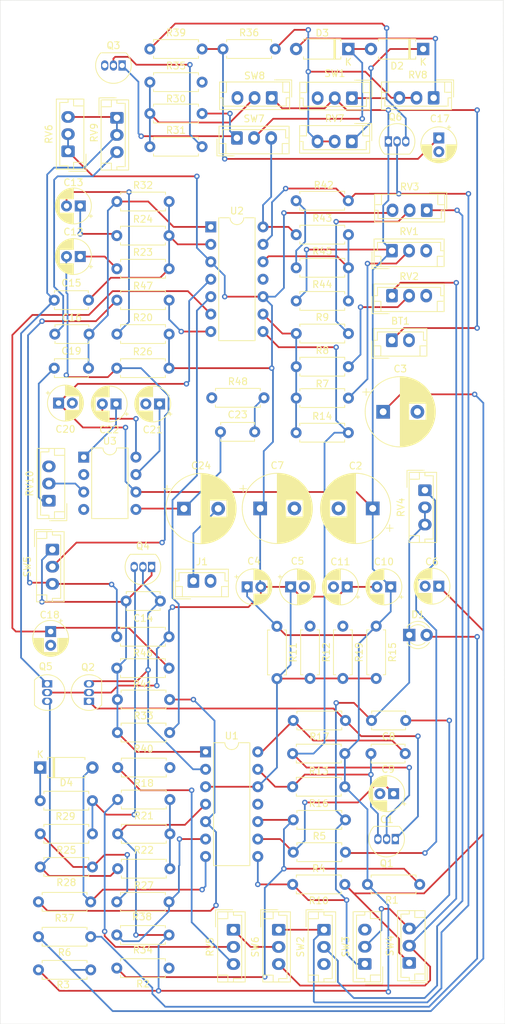
<source format=kicad_pcb>
(kicad_pcb (version 20171130) (host pcbnew "(5.1.10)-1")
  (layers (0 F.Cu signal) (31 B.Cu signal) (34 B.Paste user) (35 F.Paste user) (36 B.SilkS user) (37 F.SilkS user) (38 B.Mask user) (39 F.Mask user) (44 Edge.Cuts user))
  (net 0 "")
  (net 1 BN)
  (net 2 "Net-(BT1-Pad1)")
  (net 3 "Net-(C1-Pad1)")
  (net 4 BP)
  (net 5 "Net-(C3-Pad1)")
  (net 6 VG)
  (net 7 "Net-(C6-Pad1)")
  (net 8 "Net-(C8-Pad2)")
  (net 9 "Net-(C8-Pad1)")
  (net 10 "Net-(C9-Pad1)")
  (net 11 "Net-(C9-Pad2)")
  (net 12 "Net-(C12-Pad2)")
  (net 13 "Net-(C12-Pad1)")
  (net 14 "Net-(C13-Pad1)")
  (net 15 "Net-(C13-Pad2)")
  (net 16 "Net-(C14-Pad1)")
  (net 17 RMP)
  (net 18 "Net-(C15-Pad2)")
  (net 19 "Net-(C15-Pad1)")
  (net 20 A)
  (net 21 "Net-(C16-Pad2)")
  (net 22 "Net-(C17-Pad1)")
  (net 23 "Net-(C18-Pad1)")
  (net 24 "Net-(C19-Pad1)")
  (net 25 "Net-(C21-Pad1)")
  (net 26 "Net-(C22-Pad1)")
  (net 27 "Net-(C22-Pad2)")
  (net 28 "Net-(C23-Pad2)")
  (net 29 "Net-(C23-Pad1)")
  (net 30 "Net-(C24-Pad2)")
  (net 31 "Net-(D1-Pad2)")
  (net 32 "Net-(D2-Pad1)")
  (net 33 "Net-(D2-Pad2)")
  (net 34 "Net-(D3-Pad2)")
  (net 35 "Net-(D4-Pad1)")
  (net 36 "Net-(D4-Pad2)")
  (net 37 "Net-(Q1-Pad1)")
  (net 38 "Net-(Q1-Pad2)")
  (net 39 "Net-(Q3-Pad2)")
  (net 40 "Net-(Q3-Pad1)")
  (net 41 "Net-(Q4-Pad3)")
  (net 42 "Net-(Q5-Pad3)")
  (net 43 AREG)
  (net 44 "Net-(Q6-Pad3)")
  (net 45 "Net-(R1-Pad1)")
  (net 46 "Net-(R4-Pad1)")
  (net 47 "Net-(R7-Pad1)")
  (net 48 "Net-(R14-Pad2)")
  (net 49 "Net-(R8-Pad2)")
  (net 50 "Net-(R9-Pad2)")
  (net 51 "Net-(R18-Pad1)")
  (net 52 "Net-(R21-Pad2)")
  (net 53 "Net-(R21-Pad1)")
  (net 54 "Net-(R30-Pad2)")
  (net 55 "Net-(R33-Pad1)")
  (net 56 "Net-(R34-Pad1)")
  (net 57 "Net-(R36-Pad2)")
  (net 58 "Net-(R40-Pad1)")
  (net 59 "Net-(R43-Pad1)")
  (net 60 "Net-(R43-Pad2)")
  (net 61 SQR)
  (net 62 "Net-(R47-Pad1)")
  (net 63 LFO)
  (net 64 "Net-(RV3-Pad1)")
  (net 65 "Net-(RV5-Pad1)")
  (net 66 "Net-(RV10-Pad2)")
  (module Resistor_THT:R_Axial_DIN0207_L6.3mm_D2.5mm_P7.62mm_Horizontal (layer F.Cu) (at -220.98 33.782)
    (fp_text reference R35 (at 3.81 -2.37) (layer F.SilkS))
    (fp_text value 10k)
    (pad 1 thru_hole circle (at 0 0) (size 1.6 1.6) (drill 0.8) (layers *.Cu *.Mask) (net 54 "Net-(R30-Pad2)"))
    (pad 2 thru_hole oval (at 7.62 0) (size 1.6 1.6) (drill 0.8) (layers *.Cu *.Mask) (net 1 BN))
  )
  (module Connector_JST:JST_EH_B3B-EH-A_1x03_P2.50mm_Vertical (layer F.Cu) (at -191.5 36.1068 180)
    (fp_text reference SW1 (at 2.5 3.5948) (layer F.SilkS))
    (fp_text value SW_SPST)
    (pad 1 thru_hole roundrect (at 0 0 180) (size 1.7 1.95) (drill 0.95) (layers *.Cu *.Mask) (roundrect_rratio 0.147059) (net 2 "Net-(BT1-Pad1)"))
    (pad 2 thru_hole oval (at 2.5 0 180) (size 1.7 1.95) (drill 0.95) (layers *.Cu *.Mask) (net 4 BP))
    (pad 3 thru_hole oval (at 5 0 180) (size 1.7 1.95) (drill 0.95) (layers *.Cu *.Mask))
  )
  (module Package_DIP:DIP-14_W7.62mm (layer F.Cu) (at -212.09 54.864)
    (fp_text reference U2 (at 3.81 -2.33) (layer F.SilkS))
    (fp_text value LM324)
    (pad 1 thru_hole rect (at 0 0) (size 1.6 1.6) (drill 0.8) (layers *.Cu *.Mask) (net 20 A))
    (pad 8 thru_hole oval (at 7.62 15.24) (size 1.6 1.6) (drill 0.8) (layers *.Cu *.Mask) (net 38 "Net-(Q1-Pad2)"))
    (pad 2 thru_hole oval (at 0 2.54) (size 1.6 1.6) (drill 0.8) (layers *.Cu *.Mask) (net 18 "Net-(C15-Pad2)"))
    (pad 9 thru_hole oval (at 7.62 12.7) (size 1.6 1.6) (drill 0.8) (layers *.Cu *.Mask) (net 48 "Net-(R14-Pad2)"))
    (pad 3 thru_hole oval (at 0 5.08) (size 1.6 1.6) (drill 0.8) (layers *.Cu *.Mask) (net 6 VG))
    (pad 10 thru_hole oval (at 7.62 10.16) (size 1.6 1.6) (drill 0.8) (layers *.Cu *.Mask) (net 6 VG))
    (pad 4 thru_hole oval (at 0 7.62) (size 1.6 1.6) (drill 0.8) (layers *.Cu *.Mask) (net 4 BP))
    (pad 11 thru_hole oval (at 7.62 7.62) (size 1.6 1.6) (drill 0.8) (layers *.Cu *.Mask) (net 1 BN))
    (pad 5 thru_hole oval (at 0 10.16) (size 1.6 1.6) (drill 0.8) (layers *.Cu *.Mask) (net 58 "Net-(R40-Pad1)"))
    (pad 12 thru_hole oval (at 7.62 5.08) (size 1.6 1.6) (drill 0.8) (layers *.Cu *.Mask) (net 59 "Net-(R43-Pad1)"))
    (pad 6 thru_hole oval (at 0 12.7) (size 1.6 1.6) (drill 0.8) (layers *.Cu *.Mask) (net 23 "Net-(C18-Pad1)"))
    (pad 13 thru_hole oval (at 7.62 2.54) (size 1.6 1.6) (drill 0.8) (layers *.Cu *.Mask) (net 43 AREG))
    (pad 7 thru_hole oval (at 0 15.24) (size 1.6 1.6) (drill 0.8) (layers *.Cu *.Mask) (net 62 "Net-(R47-Pad1)"))
    (pad 14 thru_hole oval (at 7.62 0) (size 1.6 1.6) (drill 0.8) (layers *.Cu *.Mask) (net 60 "Net-(R43-Pad2)"))
  )
  (module Package_DIP:DIP-14_W7.62mm (layer F.Cu) (at -212.852 131.318)
    (fp_text reference U1 (at 3.81 -2.33) (layer F.SilkS))
    (fp_text value LM324)
    (pad 14 thru_hole oval (at 7.62 0) (size 1.6 1.6) (drill 0.8) (layers *.Cu *.Mask) (net 11 "Net-(C9-Pad2)"))
    (pad 7 thru_hole oval (at 0 15.24) (size 1.6 1.6) (drill 0.8) (layers *.Cu *.Mask) (net 36 "Net-(D4-Pad2)"))
    (pad 13 thru_hole oval (at 7.62 2.54) (size 1.6 1.6) (drill 0.8) (layers *.Cu *.Mask) (net 10 "Net-(C9-Pad1)"))
    (pad 6 thru_hole oval (at 0 12.7) (size 1.6 1.6) (drill 0.8) (layers *.Cu *.Mask) (net 56 "Net-(R34-Pad1)"))
    (pad 12 thru_hole oval (at 7.62 5.08) (size 1.6 1.6) (drill 0.8) (layers *.Cu *.Mask) (net 6 VG))
    (pad 5 thru_hole oval (at 0 10.16) (size 1.6 1.6) (drill 0.8) (layers *.Cu *.Mask) (net 55 "Net-(R33-Pad1)"))
    (pad 11 thru_hole oval (at 7.62 7.62) (size 1.6 1.6) (drill 0.8) (layers *.Cu *.Mask) (net 1 BN))
    (pad 4 thru_hole oval (at 0 7.62) (size 1.6 1.6) (drill 0.8) (layers *.Cu *.Mask) (net 4 BP))
    (pad 10 thru_hole oval (at 7.62 10.16) (size 1.6 1.6) (drill 0.8) (layers *.Cu *.Mask) (net 45 "Net-(R1-Pad1)"))
    (pad 3 thru_hole oval (at 0 5.08) (size 1.6 1.6) (drill 0.8) (layers *.Cu *.Mask) (net 6 VG))
    (pad 9 thru_hole oval (at 7.62 12.7) (size 1.6 1.6) (drill 0.8) (layers *.Cu *.Mask) (net 3 "Net-(C1-Pad1)"))
    (pad 2 thru_hole oval (at 0 2.54) (size 1.6 1.6) (drill 0.8) (layers *.Cu *.Mask) (net 16 "Net-(C14-Pad1)"))
    (pad 8 thru_hole oval (at 7.62 15.24) (size 1.6 1.6) (drill 0.8) (layers *.Cu *.Mask) (net 8 "Net-(C8-Pad2)"))
    (pad 1 thru_hole rect (at 0 0) (size 1.6 1.6) (drill 0.8) (layers *.Cu *.Mask) (net 17 RMP))
  )
  (module Connector_JST:JST_EH_B2B-EH-A_1x02_P2.50mm_Vertical (layer F.Cu) (at -185.674 71.374)
    (fp_text reference BT1 (at 1.25 -2.8) (layer F.SilkS))
    (fp_text value 9V)
    (pad 2 thru_hole oval (at 2.5 0) (size 1.7 2) (drill 1) (layers *.Cu *.Mask) (net 1 BN))
    (pad 1 thru_hole roundrect (at 0 0) (size 1.7 2) (drill 1) (layers *.Cu *.Mask) (roundrect_rratio 0.147059) (net 2 "Net-(BT1-Pad1)"))
  )
  (module Capacitor_THT:CP_Radial_D5.0mm_P2.00mm (layer F.Cu) (at -185.42 137.414 180)
    (fp_text reference C1 (at 1 -3.75) (layer F.SilkS))
    (fp_text value 1uF)
    (pad 2 thru_hole circle (at 2 0 180) (size 1.6 1.6) (drill 0.8) (layers *.Cu *.Mask) (net 1 BN))
    (pad 1 thru_hole rect (at 0 0 180) (size 1.6 1.6) (drill 0.8) (layers *.Cu *.Mask) (net 3 "Net-(C1-Pad1)"))
  )
  (module Capacitor_THT:CP_Radial_D10.0mm_P5.00mm (layer F.Cu) (at -188.468 95.8636 180)
    (fp_text reference C2 (at 2.5 6.2016) (layer F.SilkS))
    (fp_text value 470uF)
    (pad 2 thru_hole circle (at 5 0 180) (size 2 2) (drill 1) (layers *.Cu *.Mask) (net 1 BN))
    (pad 1 thru_hole rect (at 0 0 180) (size 2 2) (drill 1) (layers *.Cu *.Mask) (net 4 BP))
  )
  (module Capacitor_THT:CP_Radial_D10.0mm_P5.00mm (layer F.Cu) (at -186.944 81.788)
    (fp_text reference C3 (at 2.5 -6.25) (layer F.SilkS))
    (fp_text value 470uF)
    (pad 1 thru_hole rect (at 0 0) (size 2 2) (drill 1) (layers *.Cu *.Mask) (net 5 "Net-(C3-Pad1)"))
    (pad 2 thru_hole circle (at 5 0) (size 2 2) (drill 1) (layers *.Cu *.Mask) (net 1 BN))
  )
  (module Capacitor_THT:CP_Radial_D5.0mm_P2.00mm (layer F.Cu) (at -206.7918 107.2936)
    (fp_text reference C4 (at 1 -3.75) (layer F.SilkS))
    (fp_text value 10uF)
    (pad 1 thru_hole rect (at 0 0) (size 1.6 1.6) (drill 0.8) (layers *.Cu *.Mask) (net 4 BP))
    (pad 2 thru_hole circle (at 2 0) (size 1.6 1.6) (drill 0.8) (layers *.Cu *.Mask) (net 6 VG))
  )
  (module Capacitor_THT:CP_Radial_D5.0mm_P2.00mm (layer F.Cu) (at -200.4418 107.2936)
    (fp_text reference C5 (at 1 -3.75) (layer F.SilkS))
    (fp_text value 10uF)
    (pad 1 thru_hole rect (at 0 0) (size 1.6 1.6) (drill 0.8) (layers *.Cu *.Mask) (net 6 VG))
    (pad 2 thru_hole circle (at 2 0) (size 1.6 1.6) (drill 0.8) (layers *.Cu *.Mask) (net 1 BN))
  )
  (module Capacitor_THT:CP_Radial_D5.0mm_P2.00mm (layer F.Cu) (at -178.816 107.188 180)
    (fp_text reference C6 (at 1.016 3.556) (layer F.SilkS))
    (fp_text value 1uF)
    (pad 1 thru_hole rect (at 0 0 180) (size 1.6 1.6) (drill 0.8) (layers *.Cu *.Mask) (net 7 "Net-(C6-Pad1)"))
    (pad 2 thru_hole circle (at 2 0 180) (size 1.6 1.6) (drill 0.8) (layers *.Cu *.Mask) (net 1 BN))
  )
  (module Capacitor_THT:CP_Radial_D10.0mm_P5.00mm (layer F.Cu) (at -204.8868 95.8636)
    (fp_text reference C7 (at 2.5 -6.25) (layer F.SilkS))
    (fp_text value 470uF)
    (pad 1 thru_hole rect (at 0 0) (size 2 2) (drill 1) (layers *.Cu *.Mask) (net 6 VG))
    (pad 2 thru_hole circle (at 5 0) (size 2 2) (drill 1) (layers *.Cu *.Mask) (net 1 BN))
  )
  (module Capacitor_THT:C_Disc_D4.7mm_W2.5mm_P5.00mm (layer F.Cu) (at -183.642 126.746 180)
    (fp_text reference C8 (at 2.5 -2.3268) (layer F.SilkS))
    (fp_text value 1nF)
    (pad 2 thru_hole circle (at 5 0 180) (size 1.6 1.6) (drill 0.8) (layers *.Cu *.Mask) (net 8 "Net-(C8-Pad2)"))
    (pad 1 thru_hole circle (at 0 0 180) (size 1.6 1.6) (drill 0.8) (layers *.Cu *.Mask) (net 9 "Net-(C8-Pad1)"))
  )
  (module Capacitor_THT:C_Disc_D4.7mm_W2.5mm_P5.00mm (layer F.Cu) (at -188.722 131.572)
    (fp_text reference C9 (at 2.5 2.286) (layer F.SilkS))
    (fp_text value 100pF)
    (pad 2 thru_hole circle (at 5 0) (size 1.6 1.6) (drill 0.8) (layers *.Cu *.Mask) (net 11 "Net-(C9-Pad2)"))
    (pad 1 thru_hole circle (at 0 0) (size 1.6 1.6) (drill 0.8) (layers *.Cu *.Mask) (net 10 "Net-(C9-Pad1)"))
  )
  (module Capacitor_THT:CP_Radial_D5.0mm_P2.00mm (layer F.Cu) (at -185.8368 107.2936 180)
    (fp_text reference C10 (at 1 3.6616) (layer F.SilkS))
    (fp_text value 10uF)
    (pad 1 thru_hole rect (at 0 0 180) (size 1.6 1.6) (drill 0.8) (layers *.Cu *.Mask) (net 4 BP))
    (pad 2 thru_hole circle (at 2 0 180) (size 1.6 1.6) (drill 0.8) (layers *.Cu *.Mask) (net 6 VG))
  )
  (module Capacitor_THT:CP_Radial_D5.0mm_P2.00mm (layer F.Cu) (at -192.1868 107.2936 180)
    (fp_text reference C11 (at 1 3.6616) (layer F.SilkS))
    (fp_text value 10uF)
    (pad 2 thru_hole circle (at 2 0 180) (size 1.6 1.6) (drill 0.8) (layers *.Cu *.Mask) (net 1 BN))
    (pad 1 thru_hole rect (at 0 0 180) (size 1.6 1.6) (drill 0.8) (layers *.Cu *.Mask) (net 6 VG))
  )
  (module Capacitor_THT:CP_Radial_D5.0mm_P2.00mm (layer F.Cu) (at -231.14 59.182 180)
    (fp_text reference C12 (at 1 3.5948) (layer F.SilkS))
    (fp_text value 0.1uF)
    (pad 2 thru_hole circle (at 2 0 180) (size 1.6 1.6) (drill 0.8) (layers *.Cu *.Mask) (net 12 "Net-(C12-Pad2)"))
    (pad 1 thru_hole rect (at 0 0 180) (size 1.6 1.6) (drill 0.8) (layers *.Cu *.Mask) (net 13 "Net-(C12-Pad1)"))
  )
  (module Capacitor_THT:CP_Radial_D5.0mm_P2.00mm (layer F.Cu) (at -231.14 51.816 180)
    (fp_text reference C13 (at 1 3.417) (layer F.SilkS))
    (fp_text value 0.1uF)
    (pad 1 thru_hole rect (at 0 0 180) (size 1.6 1.6) (drill 0.8) (layers *.Cu *.Mask) (net 14 "Net-(C13-Pad1)"))
    (pad 2 thru_hole circle (at 2 0 180) (size 1.6 1.6) (drill 0.8) (layers *.Cu *.Mask) (net 15 "Net-(C13-Pad2)"))
  )
  (module Capacitor_THT:C_Disc_D4.7mm_W2.5mm_P5.00mm (layer F.Cu) (at -219.456 109.351 180)
    (fp_text reference C14 (at 2.5 -2.5) (layer F.SilkS))
    (fp_text value .001uF)
    (pad 2 thru_hole circle (at 5 0 180) (size 1.6 1.6) (drill 0.8) (layers *.Cu *.Mask) (net 17 RMP))
    (pad 1 thru_hole circle (at 0 0 180) (size 1.6 1.6) (drill 0.8) (layers *.Cu *.Mask) (net 16 "Net-(C14-Pad1)"))
  )
  (module Capacitor_THT:C_Disc_D4.7mm_W2.5mm_P5.00mm (layer F.Cu) (at -234.934 65.532)
    (fp_text reference C15 (at 2.5 -2.5) (layer F.SilkS))
    (fp_text value .001uF)
    (pad 2 thru_hole circle (at 5 0) (size 1.6 1.6) (drill 0.8) (layers *.Cu *.Mask) (net 18 "Net-(C15-Pad2)"))
    (pad 1 thru_hole circle (at 0 0) (size 1.6 1.6) (drill 0.8) (layers *.Cu *.Mask) (net 19 "Net-(C15-Pad1)"))
  )
  (module Capacitor_THT:C_Disc_D4.7mm_W2.5mm_P5.00mm (layer F.Cu) (at -229.854 70.473 180)
    (fp_text reference C16 (at 2.5 2.401) (layer F.SilkS))
    (fp_text value .001uF)
    (pad 1 thru_hole circle (at 0 0 180) (size 1.6 1.6) (drill 0.8) (layers *.Cu *.Mask) (net 20 A))
    (pad 2 thru_hole circle (at 5 0 180) (size 1.6 1.6) (drill 0.8) (layers *.Cu *.Mask) (net 21 "Net-(C16-Pad2)"))
  )
  (module Capacitor_THT:CP_Radial_D5.0mm_P2.00mm (layer F.Cu) (at -178.816 41.91 270)
    (fp_text reference C17 (at -2.806 -0.143 180) (layer F.SilkS))
    (fp_text value 4.7uF)
    (pad 2 thru_hole circle (at 2 0 270) (size 1.6 1.6) (drill 0.8) (layers *.Cu *.Mask) (net 1 BN))
    (pad 1 thru_hole rect (at 0 0 270) (size 1.6 1.6) (drill 0.8) (layers *.Cu *.Mask) (net 22 "Net-(C17-Pad1)"))
  )
  (module Capacitor_THT:CP_Radial_D5.0mm_P2.00mm (layer F.Cu) (at -235.458 113.792 270)
    (fp_text reference C18 (at -2.417 0.142 180) (layer F.SilkS))
    (fp_text value 0.1uF)
    (pad 2 thru_hole circle (at 2 0 270) (size 1.6 1.6) (drill 0.8) (layers *.Cu *.Mask) (net 1 BN))
    (pad 1 thru_hole rect (at 0 0 270) (size 1.6 1.6) (drill 0.8) (layers *.Cu *.Mask) (net 23 "Net-(C18-Pad1)"))
  )
  (module Capacitor_THT:C_Disc_D4.7mm_W2.5mm_P5.00mm (layer F.Cu) (at -234.934 75.438)
    (fp_text reference C19 (at 2.5 -2.5) (layer F.SilkS))
    (fp_text value 1uF)
    (pad 1 thru_hole circle (at 0 0) (size 1.6 1.6) (drill 0.8) (layers *.Cu *.Mask) (net 24 "Net-(C19-Pad1)"))
    (pad 2 thru_hole circle (at 5 0) (size 1.6 1.6) (drill 0.8) (layers *.Cu *.Mask) (net 20 A))
  )
  (module Capacitor_THT:CP_Radial_D5.0mm_P2.00mm (layer F.Cu) (at -234.3 80.522)
    (fp_text reference C20 (at 1 3.806) (layer F.SilkS))
    (fp_text value 0.1uF)
    (pad 2 thru_hole circle (at 2 0) (size 1.6 1.6) (drill 0.8) (layers *.Cu *.Mask) (net 1 BN))
    (pad 1 thru_hole rect (at 0 0) (size 1.6 1.6) (drill 0.8) (layers *.Cu *.Mask) (net 4 BP))
  )
  (module Capacitor_THT:CP_Radial_D5.0mm_P2.00mm (layer F.Cu) (at -219.568 80.649 180)
    (fp_text reference C21 (at 1 -3.75) (layer F.SilkS))
    (fp_text value 10uF)
    (pad 2 thru_hole circle (at 2 0 180) (size 1.6 1.6) (drill 0.8) (layers *.Cu *.Mask) (net 1 BN))
    (pad 1 thru_hole rect (at 0 0 180) (size 1.6 1.6) (drill 0.8) (layers *.Cu *.Mask) (net 25 "Net-(C21-Pad1)"))
  )
  (module Capacitor_THT:CP_Radial_D5.0mm_P2.00mm (layer F.Cu) (at -225.918 80.649 180)
    (fp_text reference C22 (at 1 -3.75) (layer F.SilkS))
    (fp_text value 10uF)
    (pad 1 thru_hole rect (at 0 0 180) (size 1.6 1.6) (drill 0.8) (layers *.Cu *.Mask) (net 26 "Net-(C22-Pad1)"))
    (pad 2 thru_hole circle (at 2 0 180) (size 1.6 1.6) (drill 0.8) (layers *.Cu *.Mask) (net 27 "Net-(C22-Pad2)"))
  )
  (module Capacitor_THT:C_Disc_D4.7mm_W2.5mm_P5.00mm (layer F.Cu) (at -210.678 84.713)
    (fp_text reference C23 (at 2.5 -2.5) (layer F.SilkS))
    (fp_text value .047uF)
    (pad 2 thru_hole circle (at 5 0) (size 1.6 1.6) (drill 0.8) (layers *.Cu *.Mask) (net 28 "Net-(C23-Pad2)"))
    (pad 1 thru_hole circle (at 0 0) (size 1.6 1.6) (drill 0.8) (layers *.Cu *.Mask) (net 29 "Net-(C23-Pad1)"))
  )
  (module Capacitor_THT:CP_Radial_D10.0mm_P5.00mm (layer F.Cu) (at -216.012 95.889)
    (fp_text reference C24 (at 2.5 -6.25) (layer F.SilkS))
    (fp_text value 220uF)
    (pad 2 thru_hole circle (at 5 0) (size 2 2) (drill 1) (layers *.Cu *.Mask) (net 30 "Net-(C24-Pad2)"))
    (pad 1 thru_hole rect (at 0 0) (size 2 2) (drill 1) (layers *.Cu *.Mask) (net 29 "Net-(C23-Pad1)"))
  )
  (module LED_THT:LED_D3.0mm (layer F.Cu) (at -183.134 114.3)
    (fp_text reference D1 (at 1.27 -2.96) (layer F.SilkS))
    (fp_text value LED)
    (pad 1 thru_hole rect (at 0 0) (size 1.8 1.8) (drill 0.9) (layers *.Cu *.Mask) (net 8 "Net-(C8-Pad2)"))
    (pad 2 thru_hole circle (at 2.54 0) (size 1.8 1.8) (drill 0.9) (layers *.Cu *.Mask) (net 31 "Net-(D1-Pad2)"))
  )
  (module Diode_THT:D_A-405_P7.62mm_Horizontal (layer F.Cu) (at -181.102 28.956 180)
    (fp_text reference D2 (at 3.81 -2.47) (layer F.SilkS))
    (fp_text value D)
    (fp_text user K (at 0 -1.9) (layer F.SilkS))
    (pad 1 thru_hole rect (at 0 0 180) (size 1.8 1.8) (drill 0.9) (layers *.Cu *.Mask) (net 32 "Net-(D2-Pad1)"))
    (pad 2 thru_hole oval (at 7.62 0 180) (size 1.8 1.8) (drill 0.9) (layers *.Cu *.Mask) (net 33 "Net-(D2-Pad2)"))
  )
  (module Diode_THT:D_A-405_P7.62mm_Horizontal (layer F.Cu) (at -192.024 28.956 180)
    (fp_text reference D3 (at 3.81 2.3248) (layer F.SilkS))
    (fp_text value D)
    (fp_text user K (at 0 -1.9) (layer F.SilkS))
    (pad 2 thru_hole oval (at 7.62 0 180) (size 1.8 1.8) (drill 0.9) (layers *.Cu *.Mask) (net 34 "Net-(D3-Pad2)"))
    (pad 1 thru_hole rect (at 0 0 180) (size 1.8 1.8) (drill 0.9) (layers *.Cu *.Mask) (net 33 "Net-(D2-Pad2)"))
  )
  (module Diode_THT:D_A-405_P7.62mm_Horizontal (layer F.Cu) (at -236.982 133.604)
    (fp_text reference D4 (at 3.81 2.1994) (layer F.SilkS))
    (fp_text value D)
    (fp_text user K (at 0 -1.9) (layer F.SilkS))
    (pad 2 thru_hole oval (at 7.62 0) (size 1.8 1.8) (drill 0.9) (layers *.Cu *.Mask) (net 36 "Net-(D4-Pad2)"))
    (pad 1 thru_hole rect (at 0 0) (size 1.8 1.8) (drill 0.9) (layers *.Cu *.Mask) (net 35 "Net-(D4-Pad1)"))
  )
  (module Connector_JST:JST_EH_B2B-EH-A_1x02_P2.50mm_Vertical (layer F.Cu) (at -214.63 106.426)
    (fp_text reference J1 (at 1.25 -2.8) (layer F.SilkS))
    (fp_text value SPKR)
    (pad 1 thru_hole roundrect (at 0 0) (size 1.7 2) (drill 1) (layers *.Cu *.Mask) (roundrect_rratio 0.147059) (net 30 "Net-(C24-Pad2)"))
    (pad 2 thru_hole oval (at 2.5 0) (size 1.7 2) (drill 1) (layers *.Cu *.Mask) (net 1 BN))
  )
  (module Package_TO_SOT_THT:TO-92_Inline (layer F.Cu) (at -185.166 144.018 180)
    (fp_text reference Q1 (at 1.27 -3.556) (layer F.SilkS))
    (fp_text value 2N3904)
    (pad 2 thru_hole oval (at 1.27 0 180) (size 1.05 1.5) (drill 0.75) (layers *.Cu *.Mask) (net 38 "Net-(Q1-Pad2)"))
    (pad 3 thru_hole oval (at 2.54 0 180) (size 1.05 1.5) (drill 0.75) (layers *.Cu *.Mask) (net 10 "Net-(C9-Pad1)"))
    (pad 1 thru_hole rect (at 0 0 180) (size 1.05 1.5) (drill 0.75) (layers *.Cu *.Mask) (net 37 "Net-(Q1-Pad1)"))
  )
  (module Package_TO_SOT_THT:TO-92_Inline (layer F.Cu) (at -229.87 123.952 90)
    (fp_text reference Q2 (at 4.957 -0.142 180) (layer F.SilkS))
    (fp_text value 2N3904)
    (pad 1 thru_hole rect (at 0 0 90) (size 1.05 1.5) (drill 0.75) (layers *.Cu *.Mask) (net 37 "Net-(Q1-Pad1)"))
    (pad 3 thru_hole oval (at 2.54 0 90) (size 1.05 1.5) (drill 0.75) (layers *.Cu *.Mask) (net 16 "Net-(C14-Pad1)"))
    (pad 2 thru_hole oval (at 1.27 0 90) (size 1.05 1.5) (drill 0.75) (layers *.Cu *.Mask) (net 6 VG))
  )
  (module Package_TO_SOT_THT:TO-92_Inline (layer F.Cu) (at -225.028 31.357 180)
    (fp_text reference Q3 (at 1.27 2.909) (layer F.SilkS))
    (fp_text value 2N3906)
    (pad 2 thru_hole oval (at 1.27 0 180) (size 1.05 1.5) (drill 0.75) (layers *.Cu *.Mask) (net 39 "Net-(Q3-Pad2)"))
    (pad 3 thru_hole oval (at 2.54 0 180) (size 1.05 1.5) (drill 0.75) (layers *.Cu *.Mask) (net 1 BN))
    (pad 1 thru_hole rect (at 0 0 180) (size 1.05 1.5) (drill 0.75) (layers *.Cu *.Mask) (net 40 "Net-(Q3-Pad1)"))
  )
  (module Package_TO_SOT_THT:TO-92_Inline (layer F.Cu) (at -220.726 104.394 180)
    (fp_text reference Q4 (at 1.27 3.048) (layer F.SilkS))
    (fp_text value 2N5457)
    (pad 2 thru_hole oval (at 1.27 0 180) (size 1.05 1.5) (drill 0.75) (layers *.Cu *.Mask) (net 16 "Net-(C14-Pad1)"))
    (pad 3 thru_hole oval (at 2.54 0 180) (size 1.05 1.5) (drill 0.75) (layers *.Cu *.Mask) (net 41 "Net-(Q4-Pad3)"))
    (pad 1 thru_hole rect (at 0 0 180) (size 1.05 1.5) (drill 0.75) (layers *.Cu *.Mask) (net 17 RMP))
  )
  (module Package_TO_SOT_THT:TO-92_Inline (layer F.Cu) (at -235.966 121.412 270)
    (fp_text reference Q5 (at -2.5186 0.2182 180) (layer F.SilkS))
    (fp_text value 2N5457)
    (pad 1 thru_hole rect (at 0 0 270) (size 1.05 1.5) (drill 0.75) (layers *.Cu *.Mask) (net 19 "Net-(C15-Pad1)"))
    (pad 3 thru_hole oval (at 2.54 0 270) (size 1.05 1.5) (drill 0.75) (layers *.Cu *.Mask) (net 42 "Net-(Q5-Pad3)"))
    (pad 2 thru_hole oval (at 1.27 0 270) (size 1.05 1.5) (drill 0.75) (layers *.Cu *.Mask) (net 6 VG))
  )
  (module Package_TO_SOT_THT:TO-92_Inline (layer F.Cu) (at -186.182 42.418)
    (fp_text reference Q6 (at 1.016 -3.556) (layer F.SilkS))
    (fp_text value 2N5457)
    (pad 2 thru_hole oval (at 1.27 0) (size 1.05 1.5) (drill 0.75) (layers *.Cu *.Mask) (net 43 AREG))
    (pad 3 thru_hole oval (at 2.54 0) (size 1.05 1.5) (drill 0.75) (layers *.Cu *.Mask) (net 44 "Net-(Q6-Pad3)"))
    (pad 1 thru_hole rect (at 0 0) (size 1.05 1.5) (drill 0.75) (layers *.Cu *.Mask) (net 4 BP))
  )
  (module Resistor_THT:R_Axial_DIN0207_L6.3mm_D2.5mm_P7.62mm_Horizontal (layer F.Cu) (at -181.61 150.622 180)
    (fp_text reference R1 (at 4.064 -2.286) (layer F.SilkS))
    (fp_text value 100k)
    (pad 2 thru_hole oval (at 7.62 0 180) (size 1.6 1.6) (drill 0.8) (layers *.Cu *.Mask) (net 4 BP))
    (pad 1 thru_hole circle (at 0 0 180) (size 1.6 1.6) (drill 0.8) (layers *.Cu *.Mask) (net 45 "Net-(R1-Pad1)"))
  )
  (module Resistor_THT:R_Axial_DIN0207_L6.3mm_D2.5mm_P7.62mm_Horizontal (layer F.Cu) (at -225.806 162.814)
    (fp_text reference R2 (at 3.81 2.286) (layer F.SilkS))
    (fp_text value 100k)
    (pad 1 thru_hole circle (at 0 0) (size 1.6 1.6) (drill 0.8) (layers *.Cu *.Mask) (net 45 "Net-(R1-Pad1)"))
    (pad 2 thru_hole oval (at 7.62 0) (size 1.6 1.6) (drill 0.8) (layers *.Cu *.Mask) (net 1 BN))
  )
  (module Resistor_THT:R_Axial_DIN0207_L6.3mm_D2.5mm_P7.62mm_Horizontal (layer F.Cu) (at -229.616 163.068 180)
    (fp_text reference R3 (at 4.0172 -2.174) (layer F.SilkS))
    (fp_text value 3k)
    (pad 1 thru_hole circle (at 0 0 180) (size 1.6 1.6) (drill 0.8) (layers *.Cu *.Mask) (net 5 "Net-(C3-Pad1)"))
    (pad 2 thru_hole oval (at 7.62 0 180) (size 1.6 1.6) (drill 0.8) (layers *.Cu *.Mask) (net 4 BP))
  )
  (module Resistor_THT:R_Axial_DIN0207_L6.3mm_D2.5mm_P7.62mm_Horizontal (layer F.Cu) (at -192.4408 145.927 180)
    (fp_text reference R4 (at 3.8852 -2.37) (layer F.SilkS))
    (fp_text value 3k)
    (pad 2 thru_hole oval (at 7.62 0 180) (size 1.6 1.6) (drill 0.8) (layers *.Cu *.Mask) (net 3 "Net-(C1-Pad1)"))
    (pad 1 thru_hole circle (at 0 0 180) (size 1.6 1.6) (drill 0.8) (layers *.Cu *.Mask) (net 46 "Net-(R4-Pad1)"))
  )
  (module Resistor_THT:R_Axial_DIN0207_L6.3mm_D2.5mm_P7.62mm_Horizontal (layer F.Cu) (at -192.4408 141.224 180)
    (fp_text reference R5 (at 3.81 -2.37) (layer F.SilkS))
    (fp_text value 100k)
    (pad 2 thru_hole oval (at 7.62 0 180) (size 1.6 1.6) (drill 0.8) (layers *.Cu *.Mask) (net 45 "Net-(R1-Pad1)"))
    (pad 1 thru_hole circle (at 0 0 180) (size 1.6 1.6) (drill 0.8) (layers *.Cu *.Mask) (net 8 "Net-(C8-Pad2)"))
  )
  (module Resistor_THT:R_Axial_DIN0207_L6.3mm_D2.5mm_P7.62mm_Horizontal (layer F.Cu) (at -229.616 158.242 180)
    (fp_text reference R6 (at 3.81 -2.286) (layer F.SilkS))
    (fp_text value 3k)
    (pad 1 thru_hole circle (at 0 0 180) (size 1.6 1.6) (drill 0.8) (layers *.Cu *.Mask) (net 31 "Net-(D1-Pad2)"))
    (pad 2 thru_hole oval (at 7.62 0 180) (size 1.6 1.6) (drill 0.8) (layers *.Cu *.Mask) (net 5 "Net-(C3-Pad1)"))
  )
  (module Resistor_THT:R_Axial_DIN0207_L6.3mm_D2.5mm_P7.62mm_Horizontal (layer F.Cu) (at -192.008 79.7948 180)
    (fp_text reference R7 (at 3.81 2.0708) (layer F.SilkS))
    (fp_text value 47k)
    (pad 2 thru_hole oval (at 7.62 0 180) (size 1.6 1.6) (drill 0.8) (layers *.Cu *.Mask) (net 48 "Net-(R14-Pad2)"))
    (pad 1 thru_hole circle (at 0 0 180) (size 1.6 1.6) (drill 0.8) (layers *.Cu *.Mask) (net 47 "Net-(R7-Pad1)"))
  )
  (module Resistor_THT:R_Axial_DIN0207_L6.3mm_D2.5mm_P7.62mm_Horizontal (layer F.Cu) (at -199.628 75.2228)
    (fp_text reference R8 (at 3.81 -2.37) (layer F.SilkS))
    (fp_text value 100k)
    (pad 1 thru_hole circle (at 0 0) (size 1.6 1.6) (drill 0.8) (layers *.Cu *.Mask) (net 48 "Net-(R14-Pad2)"))
    (pad 2 thru_hole oval (at 7.62 0) (size 1.6 1.6) (drill 0.8) (layers *.Cu *.Mask) (net 49 "Net-(R8-Pad2)"))
  )
  (module Resistor_THT:R_Axial_DIN0207_L6.3mm_D2.5mm_P7.62mm_Horizontal (layer F.Cu) (at -199.628 70.3968)
    (fp_text reference R9 (at 3.81 -2.37) (layer F.SilkS))
    (fp_text value 36k)
    (pad 2 thru_hole oval (at 7.62 0) (size 1.6 1.6) (drill 0.8) (layers *.Cu *.Mask) (net 50 "Net-(R9-Pad2)"))
    (pad 1 thru_hole circle (at 0 0) (size 1.6 1.6) (drill 0.8) (layers *.Cu *.Mask) (net 48 "Net-(R14-Pad2)"))
  )
  (module Resistor_THT:R_Axial_DIN0207_L6.3mm_D2.5mm_P7.62mm_Horizontal (layer F.Cu) (at -192.532 150.622 180)
    (fp_text reference R10 (at 3.81 -2.37) (layer F.SilkS))
    (fp_text value 20k)
    (pad 2 thru_hole oval (at 7.62 0 180) (size 1.6 1.6) (drill 0.8) (layers *.Cu *.Mask) (net 8 "Net-(C8-Pad2)"))
    (pad 1 thru_hole circle (at 0 0 180) (size 1.6 1.6) (drill 0.8) (layers *.Cu *.Mask) (net 7 "Net-(C6-Pad1)"))
  )
  (module Resistor_THT:R_Axial_DIN0207_L6.3mm_D2.5mm_P7.62mm_Horizontal (layer F.Cu) (at -202.438 113.03 270)
    (fp_text reference R11 (at 3.81 -2.37 90) (layer F.SilkS))
    (fp_text value 4.7k)
    (pad 1 thru_hole circle (at 0 0 270) (size 1.6 1.6) (drill 0.8) (layers *.Cu *.Mask) (net 4 BP))
    (pad 2 thru_hole oval (at 7.62 0 270) (size 1.6 1.6) (drill 0.8) (layers *.Cu *.Mask) (net 6 VG))
  )
  (module Resistor_THT:R_Axial_DIN0207_L6.3mm_D2.5mm_P7.62mm_Horizontal (layer F.Cu) (at -197.612 113.0086 270)
    (fp_text reference R12 (at 3.81 -2.37 90) (layer F.SilkS))
    (fp_text value 4.7k)
    (pad 1 thru_hole circle (at 0 0 270) (size 1.6 1.6) (drill 0.8) (layers *.Cu *.Mask) (net 1 BN))
    (pad 2 thru_hole oval (at 7.62 0 270) (size 1.6 1.6) (drill 0.8) (layers *.Cu *.Mask) (net 6 VG))
  )
  (module Resistor_THT:R_Axial_DIN0207_L6.3mm_D2.5mm_P7.62mm_Horizontal (layer F.Cu) (at -200.152 131.572)
    (fp_text reference R13 (at 3.81 2.527) (layer F.SilkS))
    (fp_text value 270k)
    (pad 1 thru_hole circle (at 0 0) (size 1.6 1.6) (drill 0.8) (layers *.Cu *.Mask) (net 38 "Net-(Q1-Pad2)"))
    (pad 2 thru_hole oval (at 7.62 0) (size 1.6 1.6) (drill 0.8) (layers *.Cu *.Mask) (net 4 BP))
  )
  (module Resistor_THT:R_Axial_DIN0207_L6.3mm_D2.5mm_P7.62mm_Horizontal (layer F.Cu) (at -192.024 84.836 180)
    (fp_text reference R14 (at 3.81 2.401) (layer F.SilkS))
    (fp_text value 2k)
    (pad 2 thru_hole oval (at 7.62 0 180) (size 1.6 1.6) (drill 0.8) (layers *.Cu *.Mask) (net 48 "Net-(R14-Pad2)"))
    (pad 1 thru_hole circle (at 0 0 180) (size 1.6 1.6) (drill 0.8) (layers *.Cu *.Mask) (net 38 "Net-(Q1-Pad2)"))
  )
  (module Resistor_THT:R_Axial_DIN0207_L6.3mm_D2.5mm_P7.62mm_Horizontal (layer F.Cu) (at -187.96 113.0086 270)
    (fp_text reference R15 (at 3.81 -2.37 90) (layer F.SilkS))
    (fp_text value 4.7k)
    (pad 1 thru_hole circle (at 0 0 270) (size 1.6 1.6) (drill 0.8) (layers *.Cu *.Mask) (net 4 BP))
    (pad 2 thru_hole oval (at 7.62 0 270) (size 1.6 1.6) (drill 0.8) (layers *.Cu *.Mask) (net 6 VG))
  )
  (module Resistor_THT:R_Axial_DIN0207_L6.3mm_D2.5mm_P7.62mm_Horizontal (layer F.Cu) (at -200.152 136.398)
    (fp_text reference R16 (at 3.81 2.431) (layer F.SilkS))
    (fp_text value 2M)
    (pad 2 thru_hole oval (at 7.62 0) (size 1.6 1.6) (drill 0.8) (layers *.Cu *.Mask) (net 4 BP))
    (pad 1 thru_hole circle (at 0 0) (size 1.6 1.6) (drill 0.8) (layers *.Cu *.Mask) (net 10 "Net-(C9-Pad1)"))
  )
  (module Resistor_THT:R_Axial_DIN0207_L6.3mm_D2.5mm_P7.62mm_Horizontal (layer F.Cu) (at -192.4408 126.746 180)
    (fp_text reference R17 (at 3.81 -2.37) (layer F.SilkS))
    (fp_text value 10k)
    (pad 1 thru_hole circle (at 0 0 180) (size 1.6 1.6) (drill 0.8) (layers *.Cu *.Mask) (net 37 "Net-(Q1-Pad1)"))
    (pad 2 thru_hole oval (at 7.62 0 180) (size 1.6 1.6) (drill 0.8) (layers *.Cu *.Mask) (net 11 "Net-(C9-Pad2)"))
  )
  (module Resistor_THT:R_Axial_DIN0207_L6.3mm_D2.5mm_P7.62mm_Horizontal (layer F.Cu) (at -225.675 133.604)
    (fp_text reference R18 (at 3.81 2.286) (layer F.SilkS))
    (fp_text value 27k)
    (pad 2 thru_hole oval (at 7.62 0) (size 1.6 1.6) (drill 0.8) (layers *.Cu *.Mask) (net 1 BN))
    (pad 1 thru_hole circle (at 0 0) (size 1.6 1.6) (drill 0.8) (layers *.Cu *.Mask) (net 51 "Net-(R18-Pad1)"))
  )
  (module Resistor_THT:R_Axial_DIN0207_L6.3mm_D2.5mm_P7.62mm_Horizontal (layer F.Cu) (at -192.8218 113.0086 270)
    (fp_text reference R19 (at 3.81 -2.37 90) (layer F.SilkS))
    (fp_text value 4.7k)
    (pad 2 thru_hole oval (at 7.62 0 270) (size 1.6 1.6) (drill 0.8) (layers *.Cu *.Mask) (net 6 VG))
    (pad 1 thru_hole circle (at 0 0 270) (size 1.6 1.6) (drill 0.8) (layers *.Cu *.Mask) (net 1 BN))
  )
  (module Resistor_THT:R_Axial_DIN0207_L6.3mm_D2.5mm_P7.62mm_Horizontal (layer F.Cu) (at -218.17 70.473 180)
    (fp_text reference R20 (at 3.826 2.401) (layer F.SilkS))
    (fp_text value 47k)
    (pad 1 thru_hole circle (at 0 0 180) (size 1.6 1.6) (drill 0.8) (layers *.Cu *.Mask) (net 6 VG))
    (pad 2 thru_hole oval (at 7.62 0 180) (size 1.6 1.6) (drill 0.8) (layers *.Cu *.Mask) (net 15 "Net-(C13-Pad2)"))
  )
  (module Resistor_THT:R_Axial_DIN0207_L6.3mm_D2.5mm_P7.62mm_Horizontal (layer F.Cu) (at -218.055 138.2626 180)
    (fp_text reference R21 (at 3.81 -2.37) (layer F.SilkS))
    (fp_text value 39k)
    (pad 2 thru_hole oval (at 7.62 0 180) (size 1.6 1.6) (drill 0.8) (layers *.Cu *.Mask) (net 52 "Net-(R21-Pad2)"))
    (pad 1 thru_hole circle (at 0 0 180) (size 1.6 1.6) (drill 0.8) (layers *.Cu *.Mask) (net 53 "Net-(R21-Pad1)"))
  )
  (module Resistor_THT:R_Axial_DIN0207_L6.3mm_D2.5mm_P7.62mm_Horizontal (layer F.Cu) (at -218.055 143.256 180)
    (fp_text reference R22 (at 3.81 -2.37) (layer F.SilkS))
    (fp_text value 100k)
    (pad 2 thru_hole oval (at 7.62 0 180) (size 1.6 1.6) (drill 0.8) (layers *.Cu *.Mask) (net 4 BP))
    (pad 1 thru_hole circle (at 0 0 180) (size 1.6 1.6) (drill 0.8) (layers *.Cu *.Mask) (net 53 "Net-(R21-Pad1)"))
  )
  (module Resistor_THT:R_Axial_DIN0207_L6.3mm_D2.5mm_P7.62mm_Horizontal (layer F.Cu) (at -218.17 60.96 180)
    (fp_text reference R23 (at 3.826 2.401) (layer F.SilkS))
    (fp_text value 4.7M)
    (pad 1 thru_hole circle (at 0 0 180) (size 1.6 1.6) (drill 0.8) (layers *.Cu *.Mask) (net 18 "Net-(C15-Pad2)"))
    (pad 2 thru_hole oval (at 7.62 0 180) (size 1.6 1.6) (drill 0.8) (layers *.Cu *.Mask) (net 13 "Net-(C12-Pad1)"))
  )
  (module Resistor_THT:R_Axial_DIN0207_L6.3mm_D2.5mm_P7.62mm_Horizontal (layer F.Cu) (at -218.186 56.134 180)
    (fp_text reference R24 (at 3.81 2.401) (layer F.SilkS))
    (fp_text value 3M)
    (pad 2 thru_hole oval (at 7.62 0 180) (size 1.6 1.6) (drill 0.8) (layers *.Cu *.Mask) (net 14 "Net-(C13-Pad1)"))
    (pad 1 thru_hole circle (at 0 0 180) (size 1.6 1.6) (drill 0.8) (layers *.Cu *.Mask) (net 18 "Net-(C15-Pad2)"))
  )
  (module Resistor_THT:R_Axial_DIN0207_L6.3mm_D2.5mm_P7.62mm_Horizontal (layer F.Cu) (at -229.362 143.256 180)
    (fp_text reference R25 (at 3.81 -2.37) (layer F.SilkS))
    (fp_text value 2M)
    (pad 1 thru_hole circle (at 0 0 180) (size 1.6 1.6) (drill 0.8) (layers *.Cu *.Mask) (net 41 "Net-(Q4-Pad3)"))
    (pad 2 thru_hole oval (at 7.62 0 180) (size 1.6 1.6) (drill 0.8) (layers *.Cu *.Mask) (net 1 BN))
  )
  (module Resistor_THT:R_Axial_DIN0207_L6.3mm_D2.5mm_P7.62mm_Horizontal (layer F.Cu) (at -218.186 75.438 180)
    (fp_text reference R26 (at 3.826 2.401) (layer F.SilkS))
    (fp_text value 47k)
    (pad 2 thru_hole oval (at 7.62 0 180) (size 1.6 1.6) (drill 0.8) (layers *.Cu *.Mask) (net 12 "Net-(C12-Pad2)"))
    (pad 1 thru_hole circle (at 0 0 180) (size 1.6 1.6) (drill 0.8) (layers *.Cu *.Mask) (net 6 VG))
  )
  (module Resistor_THT:R_Axial_DIN0207_L6.3mm_D2.5mm_P7.62mm_Horizontal (layer F.Cu) (at -225.675 148.336)
    (fp_text reference R27 (at 3.81 2.4534) (layer F.SilkS))
    (fp_text value 39k)
    (pad 1 thru_hole circle (at 0 0) (size 1.6 1.6) (drill 0.8) (layers *.Cu *.Mask) (net 42 "Net-(Q5-Pad3)"))
    (pad 2 thru_hole oval (at 7.62 0) (size 1.6 1.6) (drill 0.8) (layers *.Cu *.Mask) (net 53 "Net-(R21-Pad1)"))
  )
  (module Resistor_THT:R_Axial_DIN0207_L6.3mm_D2.5mm_P7.62mm_Horizontal (layer F.Cu) (at -236.982 148.082)
    (fp_text reference R28 (at 3.81 2.2646) (layer F.SilkS))
    (fp_text value 100k)
    (pad 2 thru_hole oval (at 7.62 0) (size 1.6 1.6) (drill 0.8) (layers *.Cu *.Mask) (net 1 BN))
    (pad 1 thru_hole circle (at 0 0) (size 1.6 1.6) (drill 0.8) (layers *.Cu *.Mask) (net 42 "Net-(Q5-Pad3)"))
  )
  (module Resistor_THT:R_Axial_DIN0207_L6.3mm_D2.5mm_P7.62mm_Horizontal (layer F.Cu) (at -236.982 138.43)
    (fp_text reference R29 (at 3.679 2.286) (layer F.SilkS))
    (fp_text value 10k)
    (pad 2 thru_hole oval (at 7.62 0) (size 1.6 1.6) (drill 0.8) (layers *.Cu *.Mask) (net 41 "Net-(Q4-Pad3)"))
    (pad 1 thru_hole circle (at 0 0) (size 1.6 1.6) (drill 0.8) (layers *.Cu *.Mask) (net 35 "Net-(D4-Pad1)"))
  )
  (module Resistor_THT:R_Axial_DIN0207_L6.3mm_D2.5mm_P7.62mm_Horizontal (layer F.Cu) (at -213.36 38.354 180)
    (fp_text reference R30 (at 3.81 2.147) (layer F.SilkS))
    (fp_text value 200)
    (pad 1 thru_hole circle (at 0 0 180) (size 1.6 1.6) (drill 0.8) (layers *.Cu *.Mask) (net 40 "Net-(Q3-Pad1)"))
    (pad 2 thru_hole oval (at 7.62 0 180) (size 1.6 1.6) (drill 0.8) (layers *.Cu *.Mask) (net 54 "Net-(R30-Pad2)"))
  )
  (module Resistor_THT:R_Axial_DIN0207_L6.3mm_D2.5mm_P7.62mm_Horizontal (layer F.Cu) (at -213.36 43.18 180)
    (fp_text reference R31 (at 3.81 2.401) (layer F.SilkS))
    (fp_text value 10k)
    (pad 2 thru_hole oval (at 7.62 0 180) (size 1.6 1.6) (drill 0.8) (layers *.Cu *.Mask) (net 54 "Net-(R30-Pad2)"))
    (pad 1 thru_hole circle (at 0 0 180) (size 1.6 1.6) (drill 0.8) (layers *.Cu *.Mask) (net 39 "Net-(Q3-Pad2)"))
  )
  (module Resistor_THT:R_Axial_DIN0207_L6.3mm_D2.5mm_P7.62mm_Horizontal (layer F.Cu) (at -225.79 51.169)
    (fp_text reference R32 (at 3.81 -2.37) (layer F.SilkS))
    (fp_text value 4.7M)
    (pad 2 thru_hole oval (at 7.62 0) (size 1.6 1.6) (drill 0.8) (layers *.Cu *.Mask) (net 18 "Net-(C15-Pad2)"))
    (pad 1 thru_hole circle (at 0 0) (size 1.6 1.6) (drill 0.8) (layers *.Cu *.Mask) (net 20 A))
  )
  (module Resistor_THT:R_Axial_DIN0207_L6.3mm_D2.5mm_P7.62mm_Horizontal (layer F.Cu) (at -218.0948 123.698 180)
    (fp_text reference R33 (at 3.81 -2.37) (layer F.SilkS))
    (fp_text value 10k)
    (pad 1 thru_hole circle (at 0 0 180) (size 1.6 1.6) (drill 0.8) (layers *.Cu *.Mask) (net 55 "Net-(R33-Pad1)"))
    (pad 2 thru_hole oval (at 7.62 0 180) (size 1.6 1.6) (drill 0.8) (layers *.Cu *.Mask) (net 17 RMP))
  )
  (module Resistor_THT:R_Axial_DIN0207_L6.3mm_D2.5mm_P7.62mm_Horizontal (layer F.Cu) (at -225.806 157.988)
    (fp_text reference R34 (at 3.81 2.174) (layer F.SilkS))
    (fp_text value 47k)
    (pad 1 thru_hole circle (at 0 0) (size 1.6 1.6) (drill 0.8) (layers *.Cu *.Mask) (net 56 "Net-(R34-Pad1)"))
    (pad 2 thru_hole oval (at 7.62 0) (size 1.6 1.6) (drill 0.8) (layers *.Cu *.Mask) (net 4 BP))
  )
  (module Resistor_THT:R_Axial_DIN0207_L6.3mm_D2.5mm_P7.62mm_Horizontal (layer F.Cu) (at -210.312 28.956)
    (fp_text reference R36 (at 3.81 -2.37) (layer F.SilkS))
    (fp_text value 820)
    (pad 1 thru_hole circle (at 0 0) (size 1.6 1.6) (drill 0.8) (layers *.Cu *.Mask) (net 22 "Net-(C17-Pad1)"))
    (pad 2 thru_hole oval (at 7.62 0) (size 1.6 1.6) (drill 0.8) (layers *.Cu *.Mask) (net 57 "Net-(R36-Pad2)"))
  )
  (module Resistor_THT:R_Axial_DIN0207_L6.3mm_D2.5mm_P7.62mm_Horizontal (layer F.Cu) (at -229.616 153.162 180)
    (fp_text reference R37 (at 3.81 -2.37) (layer F.SilkS))
    (fp_text value 300k)
    (pad 2 thru_hole oval (at 7.62 0 180) (size 1.6 1.6) (drill 0.8) (layers *.Cu *.Mask) (net 55 "Net-(R33-Pad1)"))
    (pad 1 thru_hole circle (at 0 0 180) (size 1.6 1.6) (drill 0.8) (layers *.Cu *.Mask) (net 36 "Net-(D4-Pad2)"))
  )
  (module Resistor_THT:R_Axial_DIN0207_L6.3mm_D2.5mm_P7.62mm_Horizontal (layer F.Cu) (at -225.806 153.162)
    (fp_text reference R38 (at 3.679 2.174) (layer F.SilkS))
    (fp_text value 82k)
    (pad 1 thru_hole circle (at 0 0) (size 1.6 1.6) (drill 0.8) (layers *.Cu *.Mask) (net 1 BN))
    (pad 2 thru_hole oval (at 7.62 0) (size 1.6 1.6) (drill 0.8) (layers *.Cu *.Mask) (net 56 "Net-(R34-Pad1)"))
  )
  (module Resistor_THT:R_Axial_DIN0207_L6.3mm_D2.5mm_P7.62mm_Horizontal (layer F.Cu) (at -220.98 28.956)
    (fp_text reference R39 (at 3.81 -2.37) (layer F.SilkS))
    (fp_text value 10k)
    (pad 2 thru_hole oval (at 7.62 0) (size 1.6 1.6) (drill 0.8) (layers *.Cu *.Mask) (net 22 "Net-(C17-Pad1)"))
    (pad 1 thru_hole circle (at 0 0) (size 1.6 1.6) (drill 0.8) (layers *.Cu *.Mask) (net 44 "Net-(Q6-Pad3)"))
  )
  (module Resistor_THT:R_Axial_DIN0207_L6.3mm_D2.5mm_P7.62mm_Horizontal (layer F.Cu) (at -218.0948 128.5026 180)
    (fp_text reference R40 (at 3.81 -2.37) (layer F.SilkS))
    (fp_text value 10K)
    (pad 2 thru_hole oval (at 7.62 0 180) (size 1.6 1.6) (drill 0.8) (layers *.Cu *.Mask) (net 17 RMP))
    (pad 1 thru_hole circle (at 0 0 180) (size 1.6 1.6) (drill 0.8) (layers *.Cu *.Mask) (net 58 "Net-(R40-Pad1)"))
  )
  (module Resistor_THT:R_Axial_DIN0207_L6.3mm_D2.5mm_P7.62mm_Horizontal (layer F.Cu) (at -218.186 119.126 180)
    (fp_text reference R41 (at 3.81 -2.37) (layer F.SilkS))
    (fp_text value 2M)
    (pad 1 thru_hole circle (at 0 0 180) (size 1.6 1.6) (drill 0.8) (layers *.Cu *.Mask) (net 23 "Net-(C18-Pad1)"))
    (pad 2 thru_hole oval (at 7.62 0 180) (size 1.6 1.6) (drill 0.8) (layers *.Cu *.Mask) (net 17 RMP))
  )
  (module Resistor_THT:R_Axial_DIN0207_L6.3mm_D2.5mm_P7.62mm_Horizontal (layer F.Cu) (at -199.644 51.054)
    (fp_text reference R42 (at 4.0252 -2.27) (layer F.SilkS))
    (fp_text value 4.7k)
    (pad 1 thru_hole circle (at 0 0) (size 1.6 1.6) (drill 0.8) (layers *.Cu *.Mask) (net 1 BN))
    (pad 2 thru_hole oval (at 7.62 0) (size 1.6 1.6) (drill 0.8) (layers *.Cu *.Mask) (net 43 AREG))
  )
  (module Resistor_THT:R_Axial_DIN0207_L6.3mm_D2.5mm_P7.62mm_Horizontal (layer F.Cu) (at -192.008 55.995 180)
    (fp_text reference R43 (at 3.81 2.401) (layer F.SilkS))
    (fp_text value 100k)
    (pad 1 thru_hole circle (at 0 0 180) (size 1.6 1.6) (drill 0.8) (layers *.Cu *.Mask) (net 59 "Net-(R43-Pad1)"))
    (pad 2 thru_hole oval (at 7.62 0 180) (size 1.6 1.6) (drill 0.8) (layers *.Cu *.Mask) (net 60 "Net-(R43-Pad2)"))
  )
  (module Resistor_THT:R_Axial_DIN0207_L6.3mm_D2.5mm_P7.62mm_Horizontal (layer F.Cu) (at -192.008 65.647 180)
    (fp_text reference R44 (at 3.826 2.401) (layer F.SilkS))
    (fp_text value 150k)
    (pad 1 thru_hole circle (at 0 0 180) (size 1.6 1.6) (drill 0.8) (layers *.Cu *.Mask) (net 59 "Net-(R43-Pad1)"))
    (pad 2 thru_hole oval (at 7.62 0 180) (size 1.6 1.6) (drill 0.8) (layers *.Cu *.Mask) (net 4 BP))
  )
  (module Resistor_THT:R_Axial_DIN0207_L6.3mm_D2.5mm_P7.62mm_Horizontal (layer F.Cu) (at -192.008 60.821 180)
    (fp_text reference R45 (at 3.81 2.401) (layer F.SilkS))
    (fp_text value 150k)
    (pad 2 thru_hole oval (at 7.62 0 180) (size 1.6 1.6) (drill 0.8) (layers *.Cu *.Mask) (net 1 BN))
    (pad 1 thru_hole circle (at 0 0 180) (size 1.6 1.6) (drill 0.8) (layers *.Cu *.Mask) (net 59 "Net-(R43-Pad1)"))
  )
  (module Resistor_THT:R_Axial_DIN0207_L6.3mm_D2.5mm_P7.62mm_Horizontal (layer F.Cu) (at -218.186 114.554 180)
    (fp_text reference R46 (at 3.81 -2.37) (layer F.SilkS))
    (fp_text value 10K)
    (pad 2 thru_hole oval (at 7.62 0 180) (size 1.6 1.6) (drill 0.8) (layers *.Cu *.Mask) (net 61 SQR))
    (pad 1 thru_hole circle (at 0 0 180) (size 1.6 1.6) (drill 0.8) (layers *.Cu *.Mask) (net 6 VG))
  )
  (module Resistor_THT:R_Axial_DIN0207_L6.3mm_D2.5mm_P7.62mm_Horizontal (layer F.Cu) (at -218.17 65.532 180)
    (fp_text reference R47 (at 3.81 2.0708) (layer F.SilkS))
    (fp_text value 10K)
    (pad 1 thru_hole circle (at 0 0 180) (size 1.6 1.6) (drill 0.8) (layers *.Cu *.Mask) (net 62 "Net-(R47-Pad1)"))
    (pad 2 thru_hole oval (at 7.62 0 180) (size 1.6 1.6) (drill 0.8) (layers *.Cu *.Mask) (net 61 SQR))
  )
  (module Resistor_THT:R_Axial_DIN0207_L6.3mm_D2.5mm_P7.62mm_Horizontal (layer F.Cu) (at -211.948 79.756)
    (fp_text reference R48 (at 3.81 -2.37) (layer F.SilkS))
    (fp_text value 10)
    (pad 1 thru_hole circle (at 0 0) (size 1.6 1.6) (drill 0.8) (layers *.Cu *.Mask) (net 1 BN))
    (pad 2 thru_hole oval (at 7.62 0) (size 1.6 1.6) (drill 0.8) (layers *.Cu *.Mask) (net 28 "Net-(C23-Pad2)"))
  )
  (module Connector_JST:JST_EH_B3B-EH-A_1x03_P2.50mm_Vertical (layer F.Cu) (at -185.658 58.3318)
    (fp_text reference RV1 (at 2.5 -2.8) (layer F.SilkS))
    (fp_text value 100k)
    (pad 3 thru_hole oval (at 5 0) (size 1.7 1.95) (drill 0.95) (layers *.Cu *.Mask) (net 1 BN))
    (pad 2 thru_hole oval (at 2.5 0) (size 1.7 1.95) (drill 0.95) (layers *.Cu *.Mask) (net 47 "Net-(R7-Pad1)"))
    (pad 1 thru_hole roundrect (at 0 0) (size 1.7 1.95) (drill 0.95) (layers *.Cu *.Mask) (roundrect_rratio 0.147059) (net 4 BP))
  )
  (module Connector_JST:JST_EH_B3B-EH-A_1x03_P2.50mm_Vertical (layer F.Cu) (at -185.658 64.885)
    (fp_text reference RV2 (at 2.5 -2.8) (layer F.SilkS))
    (fp_text value 100k)
    (pad 1 thru_hole roundrect (at 0 0) (size 1.7 1.95) (drill 0.95) (layers *.Cu *.Mask) (roundrect_rratio 0.147059) (net 63 LFO))
    (pad 2 thru_hole oval (at 2.5 0) (size 1.7 1.95) (drill 0.95) (layers *.Cu *.Mask) (net 49 "Net-(R8-Pad2)"))
    (pad 3 thru_hole oval (at 5 0) (size 1.7 1.95) (drill 0.95) (layers *.Cu *.Mask) (net 1 BN))
  )
  (module Connector_JST:JST_EH_B3B-EH-A_1x03_P2.50mm_Vertical (layer F.Cu) (at -180.578 52.439 180)
    (fp_text reference RV3 (at 2.5 3.417) (layer F.SilkS))
    (fp_text value 100k)
    (pad 1 thru_hole roundrect (at 0 0 180) (size 1.7 1.95) (drill 0.95) (layers *.Cu *.Mask) (roundrect_rratio 0.147059) (net 64 "Net-(RV3-Pad1)"))
    (pad 2 thru_hole oval (at 2.5 0 180) (size 1.7 1.95) (drill 0.95) (layers *.Cu *.Mask) (net 50 "Net-(R9-Pad2)"))
    (pad 3 thru_hole oval (at 5 0 180) (size 1.7 1.95) (drill 0.95) (layers *.Cu *.Mask) (net 6 VG))
  )
  (module Connector_JST:JST_EH_B3B-EH-A_1x03_P2.50mm_Vertical (layer F.Cu) (at -180.848 93.218 270)
    (fp_text reference RV4 (at 2.5 3.5 90) (layer F.SilkS))
    (fp_text value 1M)
    (pad 1 thru_hole roundrect (at 0 0 270) (size 1.7 1.95) (drill 0.95) (layers *.Cu *.Mask) (roundrect_rratio 0.147059) (net 46 "Net-(R4-Pad1)"))
    (pad 2 thru_hole oval (at 2.5 0 270) (size 1.7 1.95) (drill 0.95) (layers *.Cu *.Mask) (net 8 "Net-(C8-Pad2)"))
    (pad 3 thru_hole oval (at 5 0 270) (size 1.7 1.95) (drill 0.95) (layers *.Cu *.Mask) (net 8 "Net-(C8-Pad2)"))
  )
  (module Connector_JST:JST_EH_B3B-EH-A_1x03_P2.50mm_Vertical (layer F.Cu) (at -208.788 157.226 270)
    (fp_text reference RV5 (at 2.5 3.4234 90) (layer F.SilkS))
    (fp_text value 100k)
    (pad 1 thru_hole roundrect (at 0 0 270) (size 1.7 1.95) (drill 0.95) (layers *.Cu *.Mask) (roundrect_rratio 0.147059) (net 65 "Net-(RV5-Pad1)"))
    (pad 2 thru_hole oval (at 2.5 0 270) (size 1.7 1.95) (drill 0.95) (layers *.Cu *.Mask) (net 52 "Net-(R21-Pad2)"))
    (pad 3 thru_hole oval (at 5 0 270) (size 1.7 1.95) (drill 0.95) (layers *.Cu *.Mask) (net 51 "Net-(R18-Pad1)"))
  )
  (module Connector_JST:JST_EH_B3B-EH-A_1x03_P2.50mm_Vertical (layer F.Cu) (at -232.918 43.8538 90)
    (fp_text reference RV6 (at 2.5 -2.8 90) (layer F.SilkS))
    (fp_text value 100k)
    (pad 3 thru_hole oval (at 5 0 90) (size 1.7 1.95) (drill 0.95) (layers *.Cu *.Mask) (net 19 "Net-(C15-Pad1)"))
    (pad 2 thru_hole oval (at 2.5 0 90) (size 1.7 1.95) (drill 0.95) (layers *.Cu *.Mask) (net 6 VG))
    (pad 1 thru_hole roundrect (at 0 0 90) (size 1.7 1.95) (drill 0.95) (layers *.Cu *.Mask) (roundrect_rratio 0.147059) (net 6 VG))
  )
  (module Connector_JST:JST_EH_B3B-EH-A_1x03_P2.50mm_Vertical (layer F.Cu) (at -191.516 42.418 180)
    (fp_text reference RV7 (at 2.5 3.3408) (layer F.SilkS))
    (fp_text value 1M)
    (pad 1 thru_hole roundrect (at 0 0 180) (size 1.7 1.95) (drill 0.95) (layers *.Cu *.Mask) (roundrect_rratio 0.147059) (net 32 "Net-(D2-Pad1)"))
    (pad 2 thru_hole oval (at 2.5 0 180) (size 1.7 1.95) (drill 0.95) (layers *.Cu *.Mask) (net 57 "Net-(R36-Pad2)"))
    (pad 3 thru_hole oval (at 5 0 180) (size 1.7 1.95) (drill 0.95) (layers *.Cu *.Mask) (net 57 "Net-(R36-Pad2)"))
  )
  (module Connector_JST:JST_EH_B3B-EH-A_1x03_P2.50mm_Vertical (layer F.Cu) (at -179.578 36.068 180)
    (fp_text reference RV8 (at 2.302 3.3408) (layer F.SilkS))
    (fp_text value 1M)
    (pad 3 thru_hole oval (at 5 0 180) (size 1.7 1.95) (drill 0.95) (layers *.Cu *.Mask) (net 57 "Net-(R36-Pad2)"))
    (pad 2 thru_hole oval (at 2.5 0 180) (size 1.7 1.95) (drill 0.95) (layers *.Cu *.Mask) (net 57 "Net-(R36-Pad2)"))
    (pad 1 thru_hole roundrect (at 0 0 180) (size 1.7 1.95) (drill 0.95) (layers *.Cu *.Mask) (roundrect_rratio 0.147059) (net 34 "Net-(D3-Pad2)"))
  )
  (module Connector_JST:JST_EH_B3B-EH-A_1x03_P2.50mm_Vertical (layer F.Cu) (at -225.79 38.977 270)
    (fp_text reference RV9 (at 2.171 3.318 90) (layer F.SilkS))
    (fp_text value 100k)
    (pad 1 thru_hole roundrect (at 0 0 270) (size 1.7 1.95) (drill 0.95) (layers *.Cu *.Mask) (roundrect_rratio 0.147059) (net 19 "Net-(C15-Pad1)"))
    (pad 2 thru_hole oval (at 2.5 0 270) (size 1.7 1.95) (drill 0.95) (layers *.Cu *.Mask) (net 19 "Net-(C15-Pad1)"))
    (pad 3 thru_hole oval (at 5 0 270) (size 1.7 1.95) (drill 0.95) (layers *.Cu *.Mask) (net 21 "Net-(C16-Pad2)"))
  )
  (module Connector_JST:JST_EH_B3B-EH-A_1x03_P2.50mm_Vertical (layer F.Cu) (at -235.712 94.742 90)
    (fp_text reference RV10 (at 2.5 -2.8 90) (layer F.SilkS))
    (fp_text value 100k)
    (pad 1 thru_hole roundrect (at 0 0 90) (size 1.7 1.95) (drill 0.95) (layers *.Cu *.Mask) (roundrect_rratio 0.147059) (net 24 "Net-(C19-Pad1)"))
    (pad 2 thru_hole oval (at 2.5 0 90) (size 1.7 1.95) (drill 0.95) (layers *.Cu *.Mask) (net 66 "Net-(RV10-Pad2)"))
    (pad 3 thru_hole oval (at 5 0 90) (size 1.7 1.95) (drill 0.95) (layers *.Cu *.Mask) (net 1 BN))
  )
  (module Connector_JST:JST_EH_B3B-EH-A_1x03_P2.50mm_Vertical (layer F.Cu) (at -195.58 157.226 270)
    (fp_text reference SW2 (at 2.5 3.4234 90) (layer F.SilkS))
    (fp_text value "AREG Input")
    (pad 1 thru_hole roundrect (at 0 0 270) (size 1.7 1.95) (drill 0.95) (layers *.Cu *.Mask) (roundrect_rratio 0.147059) (net 43 AREG))
    (pad 2 thru_hole oval (at 2.5 0 270) (size 1.7 1.95) (drill 0.95) (layers *.Cu *.Mask) (net 64 "Net-(RV3-Pad1)"))
    (pad 3 thru_hole oval (at 5 0 270) (size 1.7 1.95) (drill 0.95) (layers *.Cu *.Mask))
  )
  (module Connector_JST:JST_EH_B3B-EH-A_1x03_P2.50mm_Vertical (layer F.Cu) (at -189.6166 162.206 90)
    (fp_text reference SW3 (at 2.5 -2.8 90) (layer F.SilkS))
    (fp_text value "LFO Shape")
    (pad 3 thru_hole oval (at 5 0 90) (size 1.7 1.95) (drill 0.95) (layers *.Cu *.Mask))
    (pad 2 thru_hole oval (at 2.5 0 90) (size 1.7 1.95) (drill 0.95) (layers *.Cu *.Mask) (net 9 "Net-(C8-Pad1)"))
    (pad 1 thru_hole roundrect (at 0 0 90) (size 1.7 1.95) (drill 0.95) (layers *.Cu *.Mask) (roundrect_rratio 0.147059) (net 8 "Net-(C8-Pad2)"))
  )
  (module Connector_JST:JST_EH_B3B-EH-A_1x03_P2.50mm_Vertical (layer F.Cu) (at -183.134 162.052 90)
    (fp_text reference SW4 (at 2.5 -2.8 90) (layer F.SilkS))
    (fp_text value "LFO Out")
    (pad 1 thru_hole roundrect (at 0 0 90) (size 1.7 1.95) (drill 0.95) (layers *.Cu *.Mask) (roundrect_rratio 0.147059) (net 7 "Net-(C6-Pad1)"))
    (pad 2 thru_hole oval (at 2.5 0 90) (size 1.7 1.95) (drill 0.95) (layers *.Cu *.Mask) (net 63 LFO))
    (pad 3 thru_hole oval (at 5 0 90) (size 1.7 1.95) (drill 0.95) (layers *.Cu *.Mask) (net 9 "Net-(C8-Pad1)"))
  )
  (module Connector_JST:JST_EH_B3B-EH-A_1x03_P2.50mm_Vertical (layer F.Cu) (at -235.204 101.854 270)
    (fp_text reference SW5 (at 2.5 3.6616 90) (layer F.SilkS))
    (fp_text value "VCF Select")
    (pad 1 thru_hole roundrect (at 0 0 270) (size 1.7 1.95) (drill 0.95) (layers *.Cu *.Mask) (roundrect_rratio 0.147059) (net 17 RMP))
    (pad 2 thru_hole oval (at 2.5 0 270) (size 1.7 1.95) (drill 0.95) (layers *.Cu *.Mask) (net 12 "Net-(C12-Pad2)"))
    (pad 3 thru_hole oval (at 5 0 270) (size 1.7 1.95) (drill 0.95) (layers *.Cu *.Mask) (net 61 SQR))
  )
  (module Connector_JST:JST_EH_B3B-EH-A_1x03_P2.50mm_Vertical (layer F.Cu) (at -202.184 157.226 270)
    (fp_text reference SW6 (at 2.5 3.4234 90) (layer F.SilkS))
    (fp_text value "VCF Source")
    (pad 1 thru_hole roundrect (at 0 0 270) (size 1.7 1.95) (drill 0.95) (layers *.Cu *.Mask) (roundrect_rratio 0.147059) (net 43 AREG))
    (pad 2 thru_hole oval (at 2.5 0 270) (size 1.7 1.95) (drill 0.95) (layers *.Cu *.Mask) (net 65 "Net-(RV5-Pad1)"))
    (pad 3 thru_hole oval (at 5 0 270) (size 1.7 1.95) (drill 0.95) (layers *.Cu *.Mask) (net 63 LFO))
  )
  (module Connector_JST:JST_EH_B3B-EH-A_1x03_P2.50mm_Vertical (layer F.Cu) (at -208.28 41.91)
    (fp_text reference SW7 (at 2.5 -2.8) (layer F.SilkS))
    (fp_text value Repeat/Manual)
    (pad 3 thru_hole oval (at 5 0) (size 1.7 1.95) (drill 0.95) (layers *.Cu *.Mask) (net 60 "Net-(R43-Pad2)"))
    (pad 2 thru_hole oval (at 2.5 0) (size 1.7 1.95) (drill 0.95) (layers *.Cu *.Mask) (net 33 "Net-(D2-Pad2)"))
    (pad 1 thru_hole roundrect (at 0 0) (size 1.7 1.95) (drill 0.95) (layers *.Cu *.Mask) (roundrect_rratio 0.147059) (net 40 "Net-(Q3-Pad1)"))
  )
  (module Connector_JST:JST_EH_B3B-EH-A_1x03_P2.50mm_Vertical (layer F.Cu) (at -203.2 36.068 180)
    (fp_text reference SW8 (at 2.5 3.2138) (layer F.SilkS))
    (fp_text value Manual)
    (pad 3 thru_hole oval (at 5 0 180) (size 1.7 1.95) (drill 0.95) (layers *.Cu *.Mask))
    (pad 2 thru_hole oval (at 2.5 0 180) (size 1.7 1.95) (drill 0.95) (layers *.Cu *.Mask) (net 54 "Net-(R30-Pad2)"))
    (pad 1 thru_hole roundrect (at 0 0 180) (size 1.7 1.95) (drill 0.95) (layers *.Cu *.Mask) (roundrect_rratio 0.147059) (net 4 BP))
  )
  (module Package_DIP:DIP-8_W7.62mm (layer F.Cu) (at -230.632 88.392)
    (fp_text reference U3 (at 3.81 -2.33) (layer F.SilkS))
    (fp_text value LM386)
    (pad 1 thru_hole rect (at 0 0) (size 1.6 1.6) (drill 0.8) (layers *.Cu *.Mask) (net 26 "Net-(C22-Pad1)"))
    (pad 5 thru_hole oval (at 7.62 7.62) (size 1.6 1.6) (drill 0.8) (layers *.Cu *.Mask) (net 29 "Net-(C23-Pad1)"))
    (pad 2 thru_hole oval (at 0 2.54) (size 1.6 1.6) (drill 0.8) (layers *.Cu *.Mask) (net 1 BN))
    (pad 6 thru_hole oval (at 7.62 5.08) (size 1.6 1.6) (drill 0.8) (layers *.Cu *.Mask) (net 4 BP))
    (pad 3 thru_hole oval (at 0 5.08) (size 1.6 1.6) (drill 0.8) (layers *.Cu *.Mask) (net 66 "Net-(RV10-Pad2)"))
    (pad 7 thru_hole oval (at 7.62 2.54) (size 1.6 1.6) (drill 0.8) (layers *.Cu *.Mask) (net 25 "Net-(C21-Pad1)"))
    (pad 4 thru_hole oval (at 0 7.62) (size 1.6 1.6) (drill 0.8) (layers *.Cu *.Mask) (net 1 BN))
    (pad 8 thru_hole oval (at 7.62 0) (size 1.6 1.6) (drill 0.8) (layers *.Cu *.Mask) (net 27 "Net-(C22-Pad2)"))
  )
  (gr_line (start -169.164 170.942) (end -169.164 170.18) (layer Edge.Cuts) (width 0.05))
  (gr_line (start -242.824 170.942) (end -169.164 170.942) (layer Edge.Cuts) (width 0.05))
  (gr_line (start -242.824 170.18) (end -242.824 170.942) (layer Edge.Cuts) (width 0.05))
  (gr_line (start -242.824 87.63) (end -242.824 170.18) (layer Edge.Cuts) (width 0.05))
  (gr_line (start -169.164 170.18) (end -169.418 21.844) (layer Edge.Cuts) (width 0.05))
  (gr_line (start -242.824 21.844) (end -242.824 87.63) (layer Edge.Cuts) (width 0.05))
  (gr_line (start -240.792 21.844) (end -242.824 21.844) (layer Edge.Cuts) (width 0.05))
  (gr_line (start -169.418 21.844) (end -240.792 21.844) (layer Edge.Cuts) (width 0.05))
  (segment (start -212.363001 79.340999) (end -211.948 79.756) (width 0.254) (layer F.Cu) (net 1))
  (segment (start -235.49 115.824) (end -235.458 115.792) (width 0.254) (layer F.Cu) (net 1))
  (segment (start -199.628 58.330158) (end -199.628 60.821) (width 0.254) (layer B.Cu) (net 1))
  (segment (start -198.319999 57.022157) (end -199.628 58.330158) (width 0.254) (layer B.Cu) (net 1))
  (segment (start -198.319999 52.378001) (end -198.319999 57.022157) (width 0.254) (layer B.Cu) (net 1))
  (segment (start -199.644 51.054) (end -198.319999 52.378001) (width 0.254) (layer B.Cu) (net 1))
  (segment (start -232.156 148.082) (end -236.982 143.256) (width 0.254) (layer F.Cu) (net 1))
  (segment (start -229.362 148.082) (end -232.156 148.082) (width 0.254) (layer F.Cu) (net 1))
  (via (at -224.282 146.304) (size 0.8) (drill 0.4) (layers F.Cu B.Cu) (net 1))
  (segment (start -224.282 151.638) (end -224.282 146.304) (width 0.254) (layer B.Cu) (net 1))
  (segment (start -225.806 153.162) (end -224.282 151.638) (width 0.254) (layer B.Cu) (net 1))
  (segment (start -227.584 146.304) (end -229.362 148.082) (width 0.254) (layer F.Cu) (net 1))
  (segment (start -224.282 146.304) (end -227.584 146.304) (width 0.254) (layer F.Cu) (net 1))
  (segment (start -186.584716 36.1068) (end -184.845516 37.846) (width 0.254) (layer F.Cu) (net 2))
  (segment (start -191.5 36.1068) (end -186.584716 36.1068) (width 0.254) (layer F.Cu) (net 2))
  (via (at -173.228 37.846) (size 0.8) (drill 0.4) (layers F.Cu B.Cu) (net 2))
  (segment (start -184.845516 37.846) (end -173.228 37.846) (width 0.254) (layer F.Cu) (net 2))
  (via (at -173.228 69.596) (size 0.8) (drill 0.4) (layers F.Cu B.Cu) (net 2))
  (segment (start -173.228 37.846) (end -173.228 69.596) (width 0.254) (layer B.Cu) (net 2))
  (segment (start -183.896 69.596) (end -185.674 71.374) (width 0.254) (layer F.Cu) (net 2))
  (segment (start -173.228 69.596) (end -183.896 69.596) (width 0.254) (layer F.Cu) (net 2))
  (via (at -198.374 138.684) (size 0.8) (drill 0.4) (layers F.Cu B.Cu) (net 3))
  (segment (start -188.047841 136.105999) (end -190.625842 138.684) (width 0.254) (layer F.Cu) (net 3))
  (segment (start -190.625842 138.684) (end -198.374 138.684) (width 0.254) (layer F.Cu) (net 3))
  (segment (start -186.728001 136.105999) (end -188.047841 136.105999) (width 0.254) (layer F.Cu) (net 3))
  (segment (start -185.42 137.414) (end -186.728001 136.105999) (width 0.254) (layer F.Cu) (net 3))
  (segment (start -198.374 144.2402) (end -200.0608 145.927) (width 0.254) (layer B.Cu) (net 3))
  (segment (start -198.374 138.684) (end -198.374 144.2402) (width 0.254) (layer B.Cu) (net 3))
  (segment (start -201.9698 144.018) (end -200.0608 145.927) (width 0.254) (layer F.Cu) (net 3))
  (segment (start -205.232 144.018) (end -201.9698 144.018) (width 0.254) (layer F.Cu) (net 3))
  (segment (start -189.268001 114.316601) (end -187.96 113.0086) (width 0.254) (layer F.Cu) (net 4))
  (segment (start -201.151399 114.316601) (end -189.268001 114.316601) (width 0.254) (layer F.Cu) (net 4))
  (segment (start -202.438 113.03) (end -201.151399 114.316601) (width 0.254) (layer F.Cu) (net 4))
  (segment (start -206.7918 108.6762) (end -202.438 113.03) (width 0.254) (layer B.Cu) (net 4))
  (segment (start -206.7918 107.2936) (end -206.7918 108.6762) (width 0.254) (layer B.Cu) (net 4))
  (segment (start -188.468 104.6624) (end -185.8368 107.2936) (width 0.254) (layer B.Cu) (net 4))
  (segment (start -188.468 95.8636) (end -188.468 104.6624) (width 0.254) (layer B.Cu) (net 4))
  (segment (start -189.23 139.7) (end -192.532 136.398) (width 0.254) (layer B.Cu) (net 4))
  (segment (start -189.23 150.622) (end -189.23 139.7) (width 0.254) (layer B.Cu) (net 4))
  (segment (start -192.532 136.398) (end -192.532 131.572) (width 0.254) (layer B.Cu) (net 4))
  (segment (start -224.366999 141.947999) (end -215.861999 141.947999) (width 0.254) (layer F.Cu) (net 4))
  (segment (start -215.861999 141.947999) (end -212.852 138.938) (width 0.254) (layer F.Cu) (net 4))
  (segment (start -225.675 143.256) (end -224.366999 141.947999) (width 0.254) (layer F.Cu) (net 4))
  (via (at -219.71 166.116) (size 0.8) (drill 0.4) (layers F.Cu B.Cu) (net 4))
  (segment (start -234.188 166.116) (end -219.71 166.116) (width 0.254) (layer F.Cu) (net 4))
  (segment (start -237.236 163.068) (end -234.188 166.116) (width 0.254) (layer F.Cu) (net 4))
  (segment (start -219.71 159.512) (end -218.186 157.988) (width 0.254) (layer B.Cu) (net 4))
  (segment (start -219.71 166.116) (end -219.71 159.512) (width 0.254) (layer B.Cu) (net 4))
  (via (at -223.012 157.988) (size 0.8) (drill 0.4) (layers F.Cu B.Cu) (net 4))
  (segment (start -218.186 157.988) (end -223.012 157.988) (width 0.254) (layer F.Cu) (net 4))
  (segment (start -223.012 145.919) (end -225.675 143.256) (width 0.254) (layer B.Cu) (net 4))
  (segment (start -223.012 157.988) (end -223.012 145.919) (width 0.254) (layer B.Cu) (net 4))
  (segment (start -231.502 77.724) (end -234.3 80.522) (width 0.254) (layer F.Cu) (net 4))
  (via (at -198.12 58.166) (size 0.8) (drill 0.4) (layers F.Cu B.Cu) (net 4))
  (segment (start -198.12 64.139) (end -198.12 58.166) (width 0.254) (layer B.Cu) (net 4))
  (segment (start -199.628 65.647) (end -198.12 64.139) (width 0.254) (layer B.Cu) (net 4))
  (segment (start -185.8238 58.166) (end -185.658 58.3318) (width 0.254) (layer F.Cu) (net 4))
  (segment (start -198.12 58.166) (end -185.8238 58.166) (width 0.254) (layer F.Cu) (net 4))
  (segment (start -186.93601 57.05379) (end -185.658 58.3318) (width 0.254) (layer B.Cu) (net 4))
  (segment (start -186.93601 51.751494) (end -186.93601 57.05379) (width 0.254) (layer B.Cu) (net 4))
  (segment (start -186.182 50.997484) (end -186.93601 51.751494) (width 0.254) (layer B.Cu) (net 4))
  (segment (start -186.182 42.418) (end -186.182 50.997484) (width 0.254) (layer B.Cu) (net 4))
  (via (at -186.182 37.846) (size 0.8) (drill 0.4) (layers F.Cu B.Cu) (net 4))
  (segment (start -186.182 42.418) (end -186.182 37.846) (width 0.254) (layer B.Cu) (net 4))
  (segment (start -192.2608 37.846) (end -194 36.1068) (width 0.254) (layer F.Cu) (net 4))
  (segment (start -186.182 37.846) (end -192.2608 37.846) (width 0.254) (layer F.Cu) (net 4))
  (segment (start -195.48301 37.58981) (end -194 36.1068) (width 0.254) (layer F.Cu) (net 4))
  (segment (start -201.67819 37.58981) (end -195.48301 37.58981) (width 0.254) (layer F.Cu) (net 4))
  (segment (start -203.2 36.068) (end -201.67819 37.58981) (width 0.254) (layer F.Cu) (net 4))
  (via (at -186.182 166.262) (size 0.8) (drill 0.4) (layers F.Cu B.Cu) (net 4))
  (segment (start -186.328 166.116) (end -186.182 166.262) (width 0.254) (layer F.Cu) (net 4))
  (segment (start -219.71 166.116) (end -186.328 166.116) (width 0.254) (layer F.Cu) (net 4))
  (segment (start -186.182 153.67) (end -189.23 150.622) (width 0.254) (layer B.Cu) (net 4))
  (segment (start -186.182 166.262) (end -186.182 153.67) (width 0.254) (layer B.Cu) (net 4))
  (segment (start -185.8368 110.8854) (end -187.96 113.0086) (width 0.254) (layer B.Cu) (net 4))
  (segment (start -185.8368 107.2936) (end -185.8368 110.8854) (width 0.254) (layer B.Cu) (net 4))
  (segment (start -189.268001 114.316601) (end -189.268001 114.338001) (width 0.254) (layer B.Cu) (net 4))
  (segment (start -187.96 113.0086) (end -189.268001 114.316601) (width 0.254) (layer B.Cu) (net 4))
  (segment (start -189.268001 114.338001) (end -190.5 115.57) (width 0.254) (layer B.Cu) (net 4))
  (segment (start -190.5 129.54) (end -192.532 131.572) (width 0.254) (layer B.Cu) (net 4))
  (segment (start -190.5 115.57) (end -190.5 129.54) (width 0.254) (layer B.Cu) (net 4))
  (segment (start -223.012 93.472) (end -224.536 91.948) (width 0.254) (layer B.Cu) (net 4))
  (via (at -224.536 84.074) (size 0.8) (drill 0.4) (layers F.Cu B.Cu) (net 4))
  (segment (start -224.536 91.948) (end -224.536 84.074) (width 0.254) (layer B.Cu) (net 4))
  (segment (start -230.748 84.074) (end -234.3 80.522) (width 0.254) (layer F.Cu) (net 4))
  (segment (start -224.536 84.074) (end -230.748 84.074) (width 0.254) (layer F.Cu) (net 4))
  (segment (start -188.468 61.1418) (end -188.468 95.8636) (width 0.254) (layer B.Cu) (net 4))
  (segment (start -185.658 58.3318) (end -188.468 61.1418) (width 0.254) (layer B.Cu) (net 4))
  (segment (start -190.8596 93.472) (end -188.468 95.8636) (width 0.254) (layer F.Cu) (net 4))
  (segment (start -223.012 93.472) (end -190.8596 93.472) (width 0.254) (layer F.Cu) (net 4))
  (via (at -215.646 77.724) (size 0.8) (drill 0.4) (layers F.Cu B.Cu) (net 4))
  (segment (start -231.502 77.724) (end -215.646 77.724) (width 0.254) (layer F.Cu) (net 4))
  (segment (start -215.246001 65.640001) (end -212.09 62.484) (width 0.254) (layer B.Cu) (net 4))
  (segment (start -215.246001 77.324001) (end -215.246001 65.640001) (width 0.254) (layer B.Cu) (net 4))
  (segment (start -215.646 77.724) (end -215.246001 77.324001) (width 0.254) (layer B.Cu) (net 4))
  (segment (start -232.41 163.068) (end -237.236 158.242) (width 0.254) (layer B.Cu) (net 5))
  (segment (start -229.616 163.068) (end -232.41 163.068) (width 0.254) (layer B.Cu) (net 5))
  (via (at -173.59 79.248) (size 0.8) (drill 0.4) (layers F.Cu B.Cu) (net 5))
  (segment (start -172.319999 80.518001) (end -173.59 79.248) (width 0.254) (layer B.Cu) (net 5))
  (segment (start -172.319999 161.416077) (end -172.319999 80.518001) (width 0.254) (layer B.Cu) (net 5))
  (segment (start -179.978953 169.075031) (end -172.319999 161.416077) (width 0.254) (layer B.Cu) (net 5))
  (segment (start -226.402969 169.075031) (end -179.978953 169.075031) (width 0.254) (layer B.Cu) (net 5))
  (segment (start -237.236 158.242) (end -226.402969 169.075031) (width 0.254) (layer B.Cu) (net 5))
  (segment (start -184.404 79.248) (end -186.944 81.788) (width 0.254) (layer F.Cu) (net 5))
  (segment (start -173.59 79.248) (end -184.404 79.248) (width 0.254) (layer F.Cu) (net 5))
  (segment (start -204.7918 107.2936) (end -200.4418 107.2936) (width 0.254) (layer F.Cu) (net 6))
  (segment (start -192.1868 107.2936) (end -187.8368 107.2936) (width 0.254) (layer F.Cu) (net 6))
  (segment (start -197.6334 120.65) (end -197.612 120.6286) (width 0.254) (layer F.Cu) (net 6))
  (segment (start -202.438 120.65) (end -197.6334 120.65) (width 0.254) (layer F.Cu) (net 6))
  (segment (start -197.612 120.6286) (end -192.8218 120.6286) (width 0.254) (layer F.Cu) (net 6))
  (segment (start -192.8218 120.6286) (end -187.96 120.6286) (width 0.254) (layer F.Cu) (net 6))
  (segment (start -204.8868 107.1986) (end -204.7918 107.2936) (width 0.254) (layer B.Cu) (net 6))
  (segment (start -204.8868 95.8636) (end -204.8868 107.1986) (width 0.254) (layer B.Cu) (net 6))
  (segment (start -193.6052 108.712) (end -192.1868 107.2936) (width 0.254) (layer F.Cu) (net 6))
  (segment (start -198.959242 108.712) (end -193.6052 108.712) (width 0.254) (layer F.Cu) (net 6))
  (segment (start -200.377642 107.2936) (end -198.959242 108.712) (width 0.254) (layer F.Cu) (net 6))
  (segment (start -200.4418 107.2936) (end -200.377642 107.2936) (width 0.254) (layer F.Cu) (net 6))
  (segment (start -235.966 122.682) (end -229.87 122.682) (width 0.254) (layer F.Cu) (net 6))
  (via (at -219.964 121.666) (size 0.8) (drill 0.4) (layers F.Cu B.Cu) (net 6))
  (segment (start -225.618642 121.666) (end -219.964 121.666) (width 0.254) (layer F.Cu) (net 6))
  (segment (start -226.634642 122.682) (end -225.618642 121.666) (width 0.254) (layer F.Cu) (net 6))
  (segment (start -229.87 122.682) (end -226.634642 122.682) (width 0.254) (layer F.Cu) (net 6))
  (segment (start -219.964 116.332) (end -218.186 114.554) (width 0.254) (layer B.Cu) (net 6))
  (segment (start -219.964 121.666) (end -219.964 116.332) (width 0.254) (layer B.Cu) (net 6))
  (via (at -217.678 110.236) (size 0.8) (drill 0.4) (layers F.Cu B.Cu) (net 6))
  (segment (start -218.186 110.744) (end -217.678 110.236) (width 0.254) (layer B.Cu) (net 6))
  (segment (start -218.186 114.554) (end -218.186 110.744) (width 0.254) (layer B.Cu) (net 6))
  (segment (start -204.7918 108.42497) (end -204.7918 107.2936) (width 0.254) (layer F.Cu) (net 6))
  (segment (start -206.60283 110.236) (end -204.7918 108.42497) (width 0.254) (layer F.Cu) (net 6))
  (segment (start -217.678 110.236) (end -206.60283 110.236) (width 0.254) (layer F.Cu) (net 6))
  (segment (start -204.369999 95.346799) (end -204.369999 87.529999) (width 0.254) (layer B.Cu) (net 6))
  (segment (start -204.8868 95.8636) (end -204.369999 95.346799) (width 0.254) (layer B.Cu) (net 6))
  (via (at -203.2 75.438) (size 0.8) (drill 0.4) (layers F.Cu B.Cu) (net 6))
  (segment (start -203.019999 75.618001) (end -203.2 75.438) (width 0.254) (layer B.Cu) (net 6))
  (segment (start -203.019999 86.179999) (end -203.019999 75.618001) (width 0.254) (layer B.Cu) (net 6))
  (segment (start -204.369999 87.529999) (end -203.019999 86.179999) (width 0.254) (layer B.Cu) (net 6))
  (segment (start -203.2 75.438) (end -218.186 75.438) (width 0.254) (layer F.Cu) (net 6))
  (segment (start -218.186 70.489) (end -218.17 70.473) (width 0.254) (layer B.Cu) (net 6))
  (segment (start -218.186 75.438) (end -218.186 70.489) (width 0.254) (layer B.Cu) (net 6))
  (segment (start -232.918 41.3538) (end -232.918 43.8538) (width 0.254) (layer B.Cu) (net 6))
  (via (at -214.122 47.498) (size 0.8) (drill 0.4) (layers F.Cu B.Cu) (net 6))
  (segment (start -229.2738 47.498) (end -214.122 47.498) (width 0.254) (layer F.Cu) (net 6))
  (segment (start -232.918 43.8538) (end -229.2738 47.498) (width 0.254) (layer F.Cu) (net 6))
  (segment (start -214.122 57.912) (end -212.09 59.944) (width 0.254) (layer B.Cu) (net 6))
  (segment (start -214.122 47.498) (end -214.122 57.912) (width 0.254) (layer B.Cu) (net 6))
  (via (at -210.058 65.024) (size 0.8) (drill 0.4) (layers F.Cu B.Cu) (net 6))
  (segment (start -210.058 61.976) (end -210.058 65.024) (width 0.254) (layer B.Cu) (net 6))
  (segment (start -212.09 59.944) (end -210.058 61.976) (width 0.254) (layer B.Cu) (net 6))
  (segment (start -210.058 65.024) (end -204.47 65.024) (width 0.254) (layer F.Cu) (net 6))
  (segment (start -204.47 65.024) (end -202.692 65.024) (width 0.254) (layer B.Cu) (net 6))
  (via (at -201.422 52.832) (size 0.8) (drill 0.4) (layers F.Cu B.Cu) (net 6))
  (segment (start -201.422 63.754) (end -201.422 52.832) (width 0.254) (layer B.Cu) (net 6))
  (segment (start -202.692 65.024) (end -201.422 63.754) (width 0.254) (layer B.Cu) (net 6))
  (segment (start -185.971 52.832) (end -185.578 52.439) (width 0.254) (layer F.Cu) (net 6))
  (segment (start -201.422 52.832) (end -185.971 52.832) (width 0.254) (layer F.Cu) (net 6))
  (segment (start -203.161999 66.332001) (end -204.47 65.024) (width 0.254) (layer B.Cu) (net 6))
  (segment (start -203.161999 75.399999) (end -203.161999 66.332001) (width 0.254) (layer B.Cu) (net 6))
  (segment (start -203.2 75.438) (end -203.161999 75.399999) (width 0.254) (layer B.Cu) (net 6))
  (segment (start -212.852 136.398) (end -205.232 136.398) (width 0.254) (layer F.Cu) (net 6))
  (segment (start -200.4418 118.6538) (end -202.438 120.65) (width 0.254) (layer B.Cu) (net 6))
  (segment (start -200.4418 107.2936) (end -200.4418 118.6538) (width 0.254) (layer B.Cu) (net 6))
  (segment (start -202.438 133.604) (end -202.438 120.65) (width 0.254) (layer B.Cu) (net 6))
  (segment (start -205.232 136.398) (end -202.438 133.604) (width 0.254) (layer B.Cu) (net 6))
  (segment (start -184.61701 158.53699) (end -192.532 150.622) (width 0.254) (layer F.Cu) (net 7))
  (segment (start -184.61701 160.56899) (end -184.61701 158.53699) (width 0.254) (layer F.Cu) (net 7))
  (segment (start -183.134 162.052) (end -184.61701 160.56899) (width 0.254) (layer F.Cu) (net 7))
  (segment (start -172.319999 113.684001) (end -178.816 107.188) (width 0.254) (layer F.Cu) (net 7))
  (segment (start -172.319999 143.267841) (end -172.319999 113.684001) (width 0.254) (layer F.Cu) (net 7))
  (segment (start -180.982159 151.930001) (end -172.319999 143.267841) (width 0.254) (layer F.Cu) (net 7))
  (segment (start -191.223999 151.930001) (end -180.982159 151.930001) (width 0.254) (layer F.Cu) (net 7))
  (segment (start -192.532 150.622) (end -191.223999 151.930001) (width 0.254) (layer F.Cu) (net 7))
  (segment (start -189.6166 162.206) (end -190.854 162.206) (width 0.254) (layer B.Cu) (net 8))
  (via (at -192.278 152.908) (size 0.8) (drill 0.4) (layers F.Cu B.Cu) (net 8))
  (segment (start -192.278 160.782) (end -192.278 152.908) (width 0.254) (layer B.Cu) (net 8))
  (segment (start -190.854 162.206) (end -192.278 160.782) (width 0.254) (layer B.Cu) (net 8))
  (segment (start -197.866 152.908) (end -200.152 150.622) (width 0.254) (layer F.Cu) (net 8))
  (segment (start -192.278 152.908) (end -197.866 152.908) (width 0.254) (layer F.Cu) (net 8))
  (via (at -205.232 150.622) (size 0.8) (drill 0.4) (layers F.Cu B.Cu) (net 8))
  (segment (start -200.152 150.622) (end -205.232 150.622) (width 0.254) (layer F.Cu) (net 8))
  (segment (start -205.232 150.622) (end -205.232 146.558) (width 0.254) (layer B.Cu) (net 8))
  (via (at -193.792221 124.185348) (size 0.8) (drill 0.4) (layers F.Cu B.Cu) (net 8))
  (segment (start -193.840001 124.233128) (end -193.792221 124.185348) (width 0.254) (layer B.Cu) (net 8))
  (segment (start -193.840001 139.824799) (end -193.840001 124.233128) (width 0.254) (layer B.Cu) (net 8))
  (segment (start -192.4408 141.224) (end -193.840001 139.824799) (width 0.254) (layer B.Cu) (net 8))
  (segment (start -191.202652 124.185348) (end -188.642 126.746) (width 0.254) (layer F.Cu) (net 8))
  (segment (start -193.792221 124.185348) (end -191.202652 124.185348) (width 0.254) (layer F.Cu) (net 8))
  (segment (start -183.134 100.504) (end -180.848 98.218) (width 0.254) (layer B.Cu) (net 8))
  (segment (start -183.134 114.3) (end -183.134 100.504) (width 0.254) (layer B.Cu) (net 8))
  (segment (start -180.848 98.218) (end -180.848 95.718) (width 0.254) (layer B.Cu) (net 8))
  (segment (start -193.840001 151.345999) (end -192.278 152.908) (width 0.254) (layer B.Cu) (net 8))
  (segment (start -193.840001 142.623201) (end -193.840001 151.345999) (width 0.254) (layer B.Cu) (net 8))
  (segment (start -192.4408 141.224) (end -193.840001 142.623201) (width 0.254) (layer B.Cu) (net 8))
  (segment (start -183.134 121.238) (end -188.642 126.746) (width 0.254) (layer B.Cu) (net 8))
  (segment (start -183.134 114.3) (end -183.134 121.238) (width 0.254) (layer B.Cu) (net 8))
  (via (at -187.198 154.178) (size 0.8) (drill 0.4) (layers F.Cu B.Cu) (net 9))
  (segment (start -187.198 157.2874) (end -187.198 154.178) (width 0.254) (layer B.Cu) (net 9))
  (segment (start -189.6166 159.706) (end -187.198 157.2874) (width 0.254) (layer B.Cu) (net 9))
  (segment (start -186.008 154.178) (end -183.134 157.052) (width 0.254) (layer F.Cu) (net 9))
  (segment (start -187.198 154.178) (end -186.008 154.178) (width 0.254) (layer F.Cu) (net 9))
  (segment (start -183.134 157.052) (end -182.198 157.052) (width 0.254) (layer B.Cu) (net 9))
  (via (at -177.292 126.746) (size 0.8) (drill 0.4) (layers F.Cu B.Cu) (net 9))
  (segment (start -177.292 152.146) (end -177.292 126.746) (width 0.254) (layer B.Cu) (net 9))
  (segment (start -182.198 157.052) (end -177.292 152.146) (width 0.254) (layer B.Cu) (net 9))
  (segment (start -177.292 126.746) (end -183.642 126.746) (width 0.254) (layer F.Cu) (net 9))
  (segment (start -187.706 140.325961) (end -187.706 144.018) (width 0.254) (layer B.Cu) (net 10))
  (segment (start -188.728001 139.30396) (end -187.706 140.325961) (width 0.254) (layer B.Cu) (net 10))
  (segment (start -188.722 131.572) (end -188.728001 131.578001) (width 0.254) (layer B.Cu) (net 10))
  (segment (start -202.692 136.398) (end -205.232 133.858) (width 0.254) (layer F.Cu) (net 10))
  (segment (start -200.152 136.398) (end -202.692 136.398) (width 0.254) (layer F.Cu) (net 10))
  (via (at -188.728001 134.626001) (size 0.8) (drill 0.4) (layers F.Cu B.Cu) (net 10))
  (segment (start -198.380001 134.626001) (end -188.728001 134.626001) (width 0.254) (layer F.Cu) (net 10))
  (segment (start -200.152 136.398) (end -198.380001 134.626001) (width 0.254) (layer F.Cu) (net 10))
  (segment (start -188.728001 134.626001) (end -188.728001 139.30396) (width 0.254) (layer B.Cu) (net 10))
  (segment (start -188.728001 131.578001) (end -188.728001 134.626001) (width 0.254) (layer B.Cu) (net 10))
  (segment (start -204.6328 131.318) (end -205.232 131.318) (width 0.254) (layer F.Cu) (net 11))
  (segment (start -200.0608 126.746) (end -204.6328 131.318) (width 0.254) (layer F.Cu) (net 11))
  (segment (start -185.62699 129.66701) (end -183.722 131.572) (width 0.254) (layer F.Cu) (net 11))
  (segment (start -197.13979 129.66701) (end -185.62699 129.66701) (width 0.254) (layer F.Cu) (net 11))
  (segment (start -200.0608 126.746) (end -197.13979 129.66701) (width 0.254) (layer F.Cu) (net 11))
  (via (at -233.172 76.454) (size 0.8) (drill 0.4) (layers F.Cu B.Cu) (net 12))
  (segment (start -232.879999 76.746001) (end -233.172 76.454) (width 0.254) (layer F.Cu) (net 12))
  (segment (start -227.114001 76.746001) (end -232.879999 76.746001) (width 0.254) (layer F.Cu) (net 12))
  (segment (start -225.806 75.438) (end -227.114001 76.746001) (width 0.254) (layer F.Cu) (net 12))
  (segment (start -233.172 59.214) (end -233.14 59.182) (width 0.254) (layer B.Cu) (net 12))
  (segment (start -233.172 64.460119) (end -233.172 59.214) (width 0.254) (layer B.Cu) (net 12))
  (segment (start -232.990989 64.64113) (end -233.172 64.460119) (width 0.254) (layer B.Cu) (net 12))
  (segment (start -232.990989 76.272989) (end -232.990989 64.64113) (width 0.254) (layer B.Cu) (net 12))
  (segment (start -233.172 76.454) (end -232.990989 76.272989) (width 0.254) (layer B.Cu) (net 12))
  (via (at -219.202 100.838) (size 0.8) (drill 0.4) (layers F.Cu B.Cu) (net 12))
  (segment (start -231.688 100.838) (end -219.202 100.838) (width 0.254) (layer F.Cu) (net 12))
  (segment (start -235.204 104.354) (end -231.688 100.838) (width 0.254) (layer F.Cu) (net 12))
  (segment (start -222.264598 75.438) (end -225.806 75.438) (width 0.254) (layer B.Cu) (net 12))
  (segment (start -218.259999 79.442599) (end -222.264598 75.438) (width 0.254) (layer B.Cu) (net 12))
  (segment (start -218.259999 81.855401) (end -218.259999 79.442599) (width 0.254) (layer B.Cu) (net 12))
  (segment (start -218.802001 82.397403) (end -218.259999 81.855401) (width 0.254) (layer B.Cu) (net 12))
  (segment (start -218.802001 100.438001) (end -218.802001 82.397403) (width 0.254) (layer B.Cu) (net 12))
  (segment (start -219.202 100.838) (end -218.802001 100.438001) (width 0.254) (layer B.Cu) (net 12))
  (segment (start -227.568 59.182) (end -225.79 60.96) (width 0.254) (layer F.Cu) (net 13))
  (segment (start -231.14 59.182) (end -227.568 59.182) (width 0.254) (layer F.Cu) (net 13))
  (via (at -231.14 55.88) (size 0.8) (drill 0.4) (layers F.Cu B.Cu) (net 14))
  (segment (start -231.14 51.816) (end -231.14 55.88) (width 0.254) (layer B.Cu) (net 14))
  (segment (start -226.06 55.88) (end -225.806 56.134) (width 0.254) (layer F.Cu) (net 14))
  (segment (start -231.14 55.88) (end -226.06 55.88) (width 0.254) (layer F.Cu) (net 14))
  (via (at -224.028 49.784) (size 0.8) (drill 0.4) (layers F.Cu B.Cu) (net 15))
  (segment (start -232.23937 49.784) (end -224.028 49.784) (width 0.254) (layer F.Cu) (net 15))
  (segment (start -233.14 50.68463) (end -232.23937 49.784) (width 0.254) (layer F.Cu) (net 15))
  (segment (start -233.14 51.816) (end -233.14 50.68463) (width 0.254) (layer F.Cu) (net 15))
  (segment (start -224.028 68.711) (end -225.79 70.473) (width 0.254) (layer B.Cu) (net 15))
  (segment (start -224.028 49.784) (end -224.028 68.711) (width 0.254) (layer B.Cu) (net 15))
  (segment (start -221.996 106.811) (end -221.996 104.394) (width 0.254) (layer B.Cu) (net 16))
  (segment (start -219.456 109.351) (end -221.996 106.811) (width 0.254) (layer B.Cu) (net 16))
  (via (at -221.234 119.38) (size 0.8) (drill 0.4) (layers F.Cu B.Cu) (net 16))
  (segment (start -222.88499 121.03099) (end -221.234 119.38) (width 0.254) (layer F.Cu) (net 16))
  (segment (start -229.48899 121.03099) (end -222.88499 121.03099) (width 0.254) (layer F.Cu) (net 16))
  (segment (start -229.87 121.412) (end -229.48899 121.03099) (width 0.254) (layer F.Cu) (net 16))
  (segment (start -221.234 111.129) (end -219.456 109.351) (width 0.254) (layer B.Cu) (net 16))
  (segment (start -221.234 119.38) (end -221.234 111.129) (width 0.254) (layer B.Cu) (net 16))
  (segment (start -221.234 127.299242) (end -221.234 119.38) (width 0.254) (layer B.Cu) (net 16))
  (segment (start -214.675242 133.858) (end -221.234 127.299242) (width 0.254) (layer B.Cu) (net 16))
  (segment (start -212.852 133.858) (end -214.675242 133.858) (width 0.254) (layer B.Cu) (net 16))
  (segment (start -225.7148 128.5026) (end -225.7148 123.698) (width 0.254) (layer B.Cu) (net 17))
  (segment (start -225.7148 119.2172) (end -225.806 119.126) (width 0.254) (layer B.Cu) (net 17))
  (segment (start -225.7148 123.698) (end -225.7148 119.2172) (width 0.254) (layer B.Cu) (net 17))
  (via (at -236.728 109.474) (size 0.8) (drill 0.4) (layers F.Cu B.Cu) (net 17))
  (segment (start -236.728 103.378) (end -236.728 109.474) (width 0.254) (layer B.Cu) (net 17))
  (segment (start -235.204 101.854) (end -236.728 103.378) (width 0.254) (layer B.Cu) (net 17))
  (segment (start -224.579 109.474) (end -224.456 109.351) (width 0.254) (layer F.Cu) (net 17))
  (segment (start -236.728 109.474) (end -224.579 109.474) (width 0.254) (layer F.Cu) (net 17))
  (segment (start -220.726 105.621) (end -220.726 104.394) (width 0.254) (layer F.Cu) (net 17))
  (segment (start -224.456 109.351) (end -220.726 105.621) (width 0.254) (layer F.Cu) (net 17))
  (segment (start -224.456 117.776) (end -225.806 119.126) (width 0.254) (layer B.Cu) (net 17))
  (segment (start -224.456 109.351) (end -224.456 117.776) (width 0.254) (layer B.Cu) (net 17))
  (segment (start -222.8994 131.318) (end -212.852 131.318) (width 0.254) (layer F.Cu) (net 17))
  (segment (start -225.7148 128.5026) (end -222.8994 131.318) (width 0.254) (layer F.Cu) (net 17))
  (segment (start -218.17 56.15) (end -218.186 56.134) (width 0.254) (layer B.Cu) (net 18))
  (segment (start -218.17 60.96) (end -218.17 56.15) (width 0.254) (layer B.Cu) (net 18))
  (segment (start -218.186 51.185) (end -218.17 51.169) (width 0.254) (layer B.Cu) (net 18))
  (segment (start -218.186 56.134) (end -218.186 51.185) (width 0.254) (layer B.Cu) (net 18))
  (segment (start -216.916 57.404) (end -218.186 56.134) (width 0.254) (layer F.Cu) (net 18))
  (segment (start -212.09 57.404) (end -216.916 57.404) (width 0.254) (layer F.Cu) (net 18))
  (segment (start -226.670001 62.268001) (end -229.934 65.532) (width 0.254) (layer F.Cu) (net 18))
  (segment (start -219.478001 62.268001) (end -226.670001 62.268001) (width 0.254) (layer F.Cu) (net 18))
  (segment (start -218.17 60.96) (end -219.478001 62.268001) (width 0.254) (layer F.Cu) (net 18))
  (segment (start -237.636001 68.234001) (end -234.934 65.532) (width 0.254) (layer B.Cu) (net 19))
  (segment (start -239.776 70.374) (end -234.934 65.532) (width 0.254) (layer B.Cu) (net 19))
  (segment (start -239.776 117.602) (end -239.776 70.374) (width 0.254) (layer B.Cu) (net 19))
  (segment (start -235.966 121.412) (end -239.776 117.602) (width 0.254) (layer B.Cu) (net 19))
  (segment (start -225.9132 38.8538) (end -225.79 38.977) (width 0.254) (layer F.Cu) (net 19))
  (segment (start -232.918 38.8538) (end -225.9132 38.8538) (width 0.254) (layer F.Cu) (net 19))
  (segment (start -225.79 38.977) (end -225.79 41.477) (width 0.254) (layer B.Cu) (net 19))
  (segment (start -225.79 41.477) (end -230.541 46.228) (width 0.254) (layer B.Cu) (net 19))
  (segment (start -230.541 46.228) (end -234.95 46.228) (width 0.254) (layer B.Cu) (net 19))
  (segment (start -234.95 46.228) (end -235.966 47.244) (width 0.254) (layer B.Cu) (net 19))
  (segment (start -235.966 64.5) (end -234.934 65.532) (width 0.254) (layer B.Cu) (net 19))
  (segment (start -235.966 47.244) (end -235.966 64.5) (width 0.254) (layer B.Cu) (net 19))
  (segment (start -229.934 70.553) (end -229.854 70.473) (width 0.254) (layer B.Cu) (net 20))
  (segment (start -229.934 75.438) (end -229.934 70.553) (width 0.254) (layer B.Cu) (net 20))
  (segment (start -221.215158 51.169) (end -225.79 51.169) (width 0.254) (layer F.Cu) (net 20))
  (segment (start -217.520158 54.864) (end -221.215158 51.169) (width 0.254) (layer F.Cu) (net 20))
  (segment (start -212.09 54.864) (end -217.520158 54.864) (width 0.254) (layer F.Cu) (net 20))
  (segment (start -227.114001 67.733001) (end -229.854 70.473) (width 0.254) (layer B.Cu) (net 20))
  (segment (start -227.114001 52.493001) (end -227.114001 67.733001) (width 0.254) (layer B.Cu) (net 20))
  (segment (start -225.79 51.169) (end -227.114001 52.493001) (width 0.254) (layer B.Cu) (net 20))
  (segment (start -225.79 43.977) (end -229.311 47.498) (width 0.254) (layer B.Cu) (net 21))
  (segment (start -229.311 47.498) (end -234.442 47.498) (width 0.254) (layer B.Cu) (net 21))
  (segment (start -234.442 47.498) (end -234.95 48.006) (width 0.254) (layer B.Cu) (net 21))
  (segment (start -233.625999 69.244999) (end -234.854 70.473) (width 0.254) (layer B.Cu) (net 21))
  (segment (start -233.625999 64.904159) (end -233.625999 69.244999) (width 0.254) (layer B.Cu) (net 21))
  (segment (start -234.95 63.580158) (end -233.625999 64.904159) (width 0.254) (layer B.Cu) (net 21))
  (segment (start -234.95 48.006) (end -234.95 63.580158) (width 0.254) (layer B.Cu) (net 21))
  (segment (start -213.36 28.956) (end -210.312 28.956) (width 0.254) (layer F.Cu) (net 22))
  (via (at -210.058 44.958) (size 0.8) (drill 0.4) (layers F.Cu B.Cu) (net 22))
  (segment (start -210.312 44.704) (end -210.058 44.958) (width 0.254) (layer B.Cu) (net 22))
  (segment (start -210.312 28.956) (end -210.312 44.704) (width 0.254) (layer B.Cu) (net 22))
  (segment (start -181.864 44.958) (end -178.816 41.91) (width 0.254) (layer F.Cu) (net 22))
  (segment (start -210.058 44.958) (end -181.864 44.958) (width 0.254) (layer F.Cu) (net 22))
  (segment (start -224.066001 113.245999) (end -218.186 119.126) (width 0.254) (layer F.Cu) (net 23))
  (segment (start -234.911999 113.245999) (end -224.066001 113.245999) (width 0.254) (layer F.Cu) (net 23))
  (segment (start -235.458 113.792) (end -234.911999 113.245999) (width 0.254) (layer F.Cu) (net 23))
  (segment (start -235.458 113.792) (end -240.538 113.792) (width 0.254) (layer F.Cu) (net 23))
  (segment (start -240.538 113.792) (end -241.046 113.284) (width 0.254) (layer F.Cu) (net 23))
  (segment (start -241.046 113.284) (end -241.046 70.612) (width 0.254) (layer F.Cu) (net 23))
  (segment (start -215.430001 64.223999) (end -212.09 67.564) (width 0.254) (layer F.Cu) (net 23))
  (segment (start -226.417841 64.223999) (end -215.430001 64.223999) (width 0.254) (layer F.Cu) (net 23))
  (segment (start -229.880894 67.687052) (end -226.417841 64.223999) (width 0.254) (layer F.Cu) (net 23))
  (segment (start -238.121052 67.687052) (end -229.880894 67.687052) (width 0.254) (layer F.Cu) (net 23))
  (segment (start -241.046 70.612) (end -238.121052 67.687052) (width 0.254) (layer F.Cu) (net 23))
  (segment (start -237.19501 77.69901) (end -234.934 75.438) (width 0.254) (layer B.Cu) (net 24))
  (segment (start -236.687 94.742) (end -237.19501 94.23399) (width 0.254) (layer B.Cu) (net 24))
  (segment (start -237.19501 94.23399) (end -237.19501 77.69901) (width 0.254) (layer B.Cu) (net 24))
  (segment (start -235.712 94.742) (end -236.687 94.742) (width 0.254) (layer B.Cu) (net 24))
  (segment (start -219.568 87.488) (end -223.012 90.932) (width 0.254) (layer B.Cu) (net 25))
  (segment (start -219.568 80.649) (end -219.568 87.488) (width 0.254) (layer B.Cu) (net 25))
  (segment (start -225.918 83.678) (end -230.632 88.392) (width 0.254) (layer B.Cu) (net 26))
  (segment (start -225.918 80.649) (end -225.918 83.678) (width 0.254) (layer B.Cu) (net 26))
  (via (at -223.012 82.804) (size 0.8) (drill 0.4) (layers F.Cu B.Cu) (net 27))
  (segment (start -223.012 88.392) (end -223.012 82.804) (width 0.254) (layer B.Cu) (net 27))
  (segment (start -227.918 81.78037) (end -227.918 80.649) (width 0.254) (layer F.Cu) (net 27))
  (segment (start -226.89437 82.804) (end -227.918 81.78037) (width 0.254) (layer F.Cu) (net 27))
  (segment (start -223.012 82.804) (end -226.89437 82.804) (width 0.254) (layer F.Cu) (net 27))
  (segment (start -205.678 81.106) (end -204.328 79.756) (width 0.254) (layer B.Cu) (net 28))
  (segment (start -205.678 84.713) (end -205.678 81.106) (width 0.254) (layer B.Cu) (net 28))
  (segment (start -222.889 95.889) (end -223.012 96.012) (width 0.254) (layer F.Cu) (net 29))
  (segment (start -216.012 95.889) (end -222.889 95.889) (width 0.254) (layer F.Cu) (net 29))
  (segment (start -210.678 90.555) (end -210.678 84.713) (width 0.254) (layer B.Cu) (net 29))
  (segment (start -216.012 95.889) (end -210.678 90.555) (width 0.254) (layer B.Cu) (net 29))
  (segment (start -214.63 99.507) (end -211.012 95.889) (width 0.254) (layer B.Cu) (net 30))
  (segment (start -214.63 106.426) (end -214.63 99.507) (width 0.254) (layer B.Cu) (net 30))
  (via (at -173.228 114.554) (size 0.8) (drill 0.4) (layers F.Cu B.Cu) (net 31))
  (segment (start -173.228 161.426039) (end -173.228 114.554) (width 0.254) (layer B.Cu) (net 31))
  (segment (start -218.729821 168.440021) (end -180.241982 168.440021) (width 0.254) (layer B.Cu) (net 31))
  (segment (start -180.241982 168.440021) (end -173.228 161.426039) (width 0.254) (layer B.Cu) (net 31))
  (segment (start -220.618001 166.551841) (end -218.729821 168.440021) (width 0.254) (layer B.Cu) (net 31))
  (segment (start -220.618001 165.680159) (end -220.618001 166.551841) (width 0.254) (layer B.Cu) (net 31))
  (segment (start -228.05616 158.242) (end -220.618001 165.680159) (width 0.254) (layer B.Cu) (net 31))
  (segment (start -229.616 158.242) (end -228.05616 158.242) (width 0.254) (layer B.Cu) (net 31))
  (segment (start -180.34 114.554) (end -180.594 114.3) (width 0.254) (layer F.Cu) (net 31))
  (segment (start -173.228 114.554) (end -180.34 114.554) (width 0.254) (layer F.Cu) (net 31))
  (via (at -188.722 31.75) (size 0.8) (drill 0.4) (layers F.Cu B.Cu) (net 32))
  (segment (start -185.928 28.956) (end -188.722 31.75) (width 0.254) (layer F.Cu) (net 32))
  (segment (start -181.102 28.956) (end -185.928 28.956) (width 0.254) (layer F.Cu) (net 32))
  (segment (start -188.722 39.624) (end -191.516 42.418) (width 0.254) (layer B.Cu) (net 32))
  (segment (start -188.722 31.75) (end -188.722 39.624) (width 0.254) (layer B.Cu) (net 32))
  (via (at -189.992 39.116) (size 0.8) (drill 0.4) (layers F.Cu B.Cu) (net 33))
  (segment (start -202.986 39.116) (end -189.992 39.116) (width 0.254) (layer F.Cu) (net 33))
  (segment (start -205.78 41.91) (end -202.986 39.116) (width 0.254) (layer F.Cu) (net 33))
  (segment (start -189.992 30.988) (end -192.024 28.956) (width 0.254) (layer B.Cu) (net 33))
  (segment (start -189.992 39.116) (end -189.992 30.988) (width 0.254) (layer B.Cu) (net 33))
  (segment (start -192.024 28.956) (end -188.722 28.956) (width 0.254) (layer F.Cu) (net 33))
  (via (at -179.324 27.432) (size 0.8) (drill 0.4) (layers F.Cu B.Cu) (net 34))
  (segment (start -198.12 27.432) (end -179.324 27.432) (width 0.254) (layer F.Cu) (net 34))
  (segment (start -199.644 28.956) (end -198.12 27.432) (width 0.254) (layer F.Cu) (net 34))
  (segment (start -179.324 35.814) (end -179.578 36.068) (width 0.254) (layer B.Cu) (net 34))
  (segment (start -179.324 27.432) (end -179.324 35.814) (width 0.254) (layer B.Cu) (net 34))
  (segment (start -236.982 138.43) (end -236.982 133.604) (width 0.254) (layer B.Cu) (net 35))
  (segment (start -230.670001 152.107999) (end -229.616 153.162) (width 0.254) (layer B.Cu) (net 36))
  (segment (start -230.670001 134.912001) (end -230.670001 152.107999) (width 0.254) (layer B.Cu) (net 36))
  (segment (start -229.362 133.604) (end -230.670001 134.912001) (width 0.254) (layer B.Cu) (net 36))
  (via (at -213.36 151.384) (size 0.8) (drill 0.4) (layers F.Cu B.Cu) (net 36))
  (segment (start -212.852 150.876) (end -213.36 151.384) (width 0.254) (layer B.Cu) (net 36))
  (segment (start -212.852 146.558) (end -212.852 150.876) (width 0.254) (layer B.Cu) (net 36))
  (segment (start -227.838 151.384) (end -229.616 153.162) (width 0.254) (layer F.Cu) (net 36))
  (segment (start -213.36 151.384) (end -227.838 151.384) (width 0.254) (layer F.Cu) (net 36))
  (segment (start -194.180799 125.006001) (end -192.4408 126.746) (width 0.254) (layer F.Cu) (net 37))
  (segment (start -228.815999 125.006001) (end -194.180799 125.006001) (width 0.254) (layer F.Cu) (net 37))
  (segment (start -229.87 123.952) (end -228.815999 125.006001) (width 0.254) (layer F.Cu) (net 37))
  (via (at -181.864 129.032) (size 0.8) (drill 0.4) (layers F.Cu B.Cu) (net 37))
  (segment (start -190.1548 129.032) (end -181.864 129.032) (width 0.254) (layer F.Cu) (net 37))
  (segment (start -192.4408 126.746) (end -190.1548 129.032) (width 0.254) (layer F.Cu) (net 37))
  (segment (start -181.864 140.716) (end -185.166 144.018) (width 0.254) (layer B.Cu) (net 37))
  (segment (start -181.864 129.032) (end -181.864 140.716) (width 0.254) (layer B.Cu) (net 37))
  (via (at -193.802 72.39) (size 0.8) (drill 0.4) (layers F.Cu B.Cu) (net 38))
  (segment (start -202.184 72.39) (end -193.802 72.39) (width 0.254) (layer F.Cu) (net 38))
  (segment (start -204.47 70.104) (end -202.184 72.39) (width 0.254) (layer F.Cu) (net 38))
  (segment (start -193.802 83.058) (end -192.024 84.836) (width 0.254) (layer B.Cu) (net 38))
  (segment (start -193.802 72.39) (end -193.802 83.058) (width 0.254) (layer B.Cu) (net 38))
  (segment (start -183.134 137.642402) (end -183.134 133.604) (width 0.254) (layer B.Cu) (net 38))
  (via (at -183.134 133.604) (size 0.8) (drill 0.4) (layers F.Cu B.Cu) (net 38))
  (segment (start -186.436 140.944402) (end -183.134 137.642402) (width 0.254) (layer B.Cu) (net 38))
  (segment (start -186.436 144.018) (end -186.436 140.944402) (width 0.254) (layer B.Cu) (net 38))
  (segment (start -198.12 133.604) (end -200.152 131.572) (width 0.254) (layer F.Cu) (net 38))
  (segment (start -183.134 133.604) (end -198.12 133.604) (width 0.254) (layer F.Cu) (net 38))
  (segment (start -192.024 84.836) (end -194.056 84.836) (width 0.254) (layer B.Cu) (net 38))
  (segment (start -195.494801 86.274801) (end -195.494801 129.962801) (width 0.254) (layer B.Cu) (net 38))
  (segment (start -194.056 84.836) (end -195.494801 86.274801) (width 0.254) (layer B.Cu) (net 38))
  (segment (start -197.104 131.572) (end -200.152 131.572) (width 0.254) (layer B.Cu) (net 38))
  (segment (start -195.494801 129.962801) (end -197.104 131.572) (width 0.254) (layer B.Cu) (net 38))
  (via (at -215.138 31.242) (size 0.8) (drill 0.4) (layers F.Cu B.Cu) (net 39))
  (segment (start -215.138 41.402) (end -215.138 31.242) (width 0.254) (layer B.Cu) (net 39))
  (segment (start -213.36 43.18) (end -215.138 41.402) (width 0.254) (layer B.Cu) (net 39))
  (segment (start -226.298 30.353) (end -226.298 31.357) (width 0.254) (layer F.Cu) (net 39))
  (segment (start -226.043999 30.098999) (end -226.298 30.353) (width 0.254) (layer F.Cu) (net 39))
  (segment (start -224.096599 30.098999) (end -226.043999 30.098999) (width 0.254) (layer F.Cu) (net 39))
  (segment (start -222.953598 31.242) (end -224.096599 30.098999) (width 0.254) (layer F.Cu) (net 39))
  (segment (start -215.138 31.242) (end -222.953598 31.242) (width 0.254) (layer F.Cu) (net 39))
  (via (at -222.25 41.656) (size 0.8) (drill 0.4) (layers F.Cu B.Cu) (net 40))
  (segment (start -208.534 41.656) (end -222.25 41.656) (width 0.254) (layer F.Cu) (net 40))
  (segment (start -208.28 41.91) (end -208.534 41.656) (width 0.254) (layer F.Cu) (net 40))
  (segment (start -222.649999 33.735001) (end -225.028 31.357) (width 0.254) (layer B.Cu) (net 40))
  (segment (start -222.649999 41.256001) (end -222.649999 33.735001) (width 0.254) (layer B.Cu) (net 40))
  (segment (start -222.25 41.656) (end -222.649999 41.256001) (width 0.254) (layer B.Cu) (net 40))
  (via (at -209.296 38.354) (size 0.8) (drill 0.4) (layers F.Cu B.Cu) (net 40))
  (segment (start -213.36 38.354) (end -209.296 38.354) (width 0.254) (layer F.Cu) (net 40))
  (segment (start -209.296 40.894) (end -208.28 41.91) (width 0.254) (layer B.Cu) (net 40))
  (segment (start -209.296 38.354) (end -209.296 40.894) (width 0.254) (layer B.Cu) (net 40))
  (segment (start -223.147999 140.343999) (end -223.266 140.462) (width 0.254) (layer B.Cu) (net 41))
  (segment (start -223.147999 104.512001) (end -223.147999 140.343999) (width 0.254) (layer B.Cu) (net 41))
  (via (at -223.266 140.462) (size 0.8) (drill 0.4) (layers F.Cu B.Cu) (net 41))
  (segment (start -223.266 104.394) (end -223.147999 104.512001) (width 0.254) (layer B.Cu) (net 41))
  (segment (start -227.33 140.462) (end -229.362 138.43) (width 0.254) (layer F.Cu) (net 41))
  (segment (start -223.266 140.462) (end -227.33 140.462) (width 0.254) (layer F.Cu) (net 41))
  (segment (start -229.362 143.256) (end -229.362 138.43) (width 0.254) (layer B.Cu) (net 41))
  (segment (start -235.573999 124.344001) (end -235.966 123.952) (width 0.254) (layer B.Cu) (net 42))
  (segment (start -235.573999 146.673999) (end -235.573999 124.344001) (width 0.254) (layer B.Cu) (net 42))
  (segment (start -236.982 148.082) (end -235.573999 146.673999) (width 0.254) (layer B.Cu) (net 42))
  (segment (start -226.729001 149.390001) (end -225.675 148.336) (width 0.254) (layer F.Cu) (net 42))
  (segment (start -235.673999 149.390001) (end -226.729001 149.390001) (width 0.254) (layer F.Cu) (net 42))
  (segment (start -236.982 148.082) (end -235.673999 149.390001) (width 0.254) (layer F.Cu) (net 42))
  (segment (start -202.184 157.226) (end -195.58 157.226) (width 0.254) (layer F.Cu) (net 43))
  (segment (start -192.024 51.054) (end -191.008 50.038) (width 0.254) (layer F.Cu) (net 43))
  (via (at -184.658 50.038) (size 0.8) (drill 0.4) (layers F.Cu B.Cu) (net 43))
  (segment (start -184.912 49.784) (end -184.658 50.038) (width 0.254) (layer B.Cu) (net 43))
  (segment (start -184.912 42.418) (end -184.912 49.784) (width 0.254) (layer B.Cu) (net 43))
  (segment (start -191.008 50.038) (end -184.658 50.038) (width 0.254) (layer F.Cu) (net 43))
  (via (at -201.168 49.276) (size 0.8) (drill 0.4) (layers F.Cu B.Cu) (net 43))
  (segment (start -203.161999 51.269999) (end -201.168 49.276) (width 0.254) (layer B.Cu) (net 43))
  (segment (start -203.161999 56.095999) (end -203.161999 51.269999) (width 0.254) (layer B.Cu) (net 43))
  (segment (start -204.47 57.404) (end -203.161999 56.095999) (width 0.254) (layer B.Cu) (net 43))
  (segment (start -193.802 49.276) (end -192.024 51.054) (width 0.254) (layer F.Cu) (net 43))
  (segment (start -201.168 49.276) (end -193.802 49.276) (width 0.254) (layer F.Cu) (net 43))
  (via (at -174.498 50.038) (size 0.8) (drill 0.4) (layers F.Cu B.Cu) (net 43))
  (segment (start -197.06301 167.68099) (end -197.06301 158.70901) (width 0.254) (layer B.Cu) (net 43))
  (segment (start -178.43499 165.73499) (end -180.505011 167.805011) (width 0.254) (layer B.Cu) (net 43))
  (segment (start -180.505011 167.805011) (end -196.938989 167.805011) (width 0.254) (layer B.Cu) (net 43))
  (segment (start -197.06301 158.70901) (end -195.58 157.226) (width 0.254) (layer B.Cu) (net 43))
  (segment (start -174.498 153.67) (end -178.43499 157.60699) (width 0.254) (layer B.Cu) (net 43))
  (segment (start -174.498 50.038) (end -174.498 153.67) (width 0.254) (layer B.Cu) (net 43))
  (segment (start -196.938989 167.805011) (end -197.06301 167.68099) (width 0.254) (layer B.Cu) (net 43))
  (segment (start -178.43499 157.60699) (end -178.43499 165.73499) (width 0.254) (layer B.Cu) (net 43))
  (segment (start -184.658 50.038) (end -174.498 50.038) (width 0.254) (layer F.Cu) (net 43))
  (via (at -186.436 25.908) (size 0.8) (drill 0.4) (layers F.Cu B.Cu) (net 44))
  (segment (start -186.436 36.255516) (end -186.436 25.908) (width 0.254) (layer B.Cu) (net 44))
  (segment (start -183.642 39.049516) (end -186.436 36.255516) (width 0.254) (layer B.Cu) (net 44))
  (segment (start -183.642 42.418) (end -183.642 39.049516) (width 0.254) (layer B.Cu) (net 44))
  (segment (start -217.277999 25.253999) (end -220.98 28.956) (width 0.254) (layer F.Cu) (net 44))
  (segment (start -187.090001 25.253999) (end -217.277999 25.253999) (width 0.254) (layer F.Cu) (net 44))
  (segment (start -186.436 25.908) (end -187.090001 25.253999) (width 0.254) (layer F.Cu) (net 44))
  (via (at -201.422 148.336) (size 0.8) (drill 0.4) (layers F.Cu B.Cu) (net 45))
  (segment (start -183.896 148.336) (end -201.422 148.336) (width 0.254) (layer F.Cu) (net 45))
  (segment (start -181.61 150.622) (end -183.896 148.336) (width 0.254) (layer F.Cu) (net 45))
  (segment (start -201.422 142.5852) (end -200.0608 141.224) (width 0.254) (layer B.Cu) (net 45))
  (segment (start -201.422 148.336) (end -201.422 142.5852) (width 0.254) (layer B.Cu) (net 45))
  (segment (start -204.978 141.224) (end -205.232 141.478) (width 0.254) (layer F.Cu) (net 45))
  (segment (start -200.0608 141.224) (end -204.978 141.224) (width 0.254) (layer F.Cu) (net 45))
  (via (at -204.216 164.084) (size 0.8) (drill 0.4) (layers F.Cu B.Cu) (net 45))
  (segment (start -204.254001 164.122001) (end -204.216 164.084) (width 0.254) (layer F.Cu) (net 45))
  (segment (start -224.497999 164.122001) (end -204.254001 164.122001) (width 0.254) (layer F.Cu) (net 45))
  (segment (start -225.806 162.814) (end -224.497999 164.122001) (width 0.254) (layer F.Cu) (net 45))
  (segment (start -204.216 151.13) (end -201.422 148.336) (width 0.254) (layer B.Cu) (net 45))
  (segment (start -204.216 164.084) (end -204.216 151.13) (width 0.254) (layer B.Cu) (net 45))
  (via (at -180.848 146.05) (size 0.8) (drill 0.4) (layers F.Cu B.Cu) (net 46))
  (segment (start -179.185999 144.387999) (end -180.848 146.05) (width 0.254) (layer B.Cu) (net 46))
  (segment (start -182.124001 110.686157) (end -179.185999 113.624159) (width 0.254) (layer B.Cu) (net 46))
  (segment (start -182.124001 106.560159) (end -182.124001 110.686157) (width 0.254) (layer B.Cu) (net 46))
  (segment (start -179.36499 103.801148) (end -182.124001 106.560159) (width 0.254) (layer B.Cu) (net 46))
  (segment (start -179.185999 113.624159) (end -179.185999 144.387999) (width 0.254) (layer B.Cu) (net 46))
  (segment (start -179.36499 94.70101) (end -179.36499 103.801148) (width 0.254) (layer B.Cu) (net 46))
  (segment (start -180.848 93.218) (end -179.36499 94.70101) (width 0.254) (layer B.Cu) (net 46))
  (segment (start -192.3178 146.05) (end -192.4408 145.927) (width 0.254) (layer F.Cu) (net 46))
  (segment (start -180.848 146.05) (end -192.3178 146.05) (width 0.254) (layer F.Cu) (net 46))
  (via (at -189.23 60.198) (size 0.8) (drill 0.4) (layers F.Cu B.Cu) (net 47))
  (segment (start -185.0242 60.198) (end -189.23 60.198) (width 0.254) (layer F.Cu) (net 47))
  (segment (start -183.158 58.3318) (end -185.0242 60.198) (width 0.254) (layer F.Cu) (net 47))
  (segment (start -189.23 77.0168) (end -192.008 79.7948) (width 0.254) (layer B.Cu) (net 47))
  (segment (start -189.23 60.198) (end -189.23 77.0168) (width 0.254) (layer B.Cu) (net 47))
  (segment (start -201.6372 70.3968) (end -204.47 67.564) (width 0.254) (layer F.Cu) (net 48))
  (segment (start -199.628 70.3968) (end -201.6372 70.3968) (width 0.254) (layer F.Cu) (net 48))
  (segment (start -199.644 79.8108) (end -199.628 79.7948) (width 0.254) (layer B.Cu) (net 48))
  (segment (start -199.644 84.836) (end -199.644 79.8108) (width 0.254) (layer B.Cu) (net 48))
  (segment (start -199.628 70.3968) (end -199.628 75.2228) (width 0.254) (layer B.Cu) (net 48))
  (segment (start -199.628 75.2228) (end -199.628 79.7948) (width 0.254) (layer B.Cu) (net 48))
  (via (at -190.246 66.548) (size 0.8) (drill 0.4) (layers F.Cu B.Cu) (net 49))
  (segment (start -184.821 66.548) (end -190.246 66.548) (width 0.254) (layer F.Cu) (net 49))
  (segment (start -183.158 64.885) (end -184.821 66.548) (width 0.254) (layer F.Cu) (net 49))
  (segment (start -190.246 73.4608) (end -192.008 75.2228) (width 0.254) (layer B.Cu) (net 49))
  (segment (start -190.246 66.548) (end -190.246 73.4608) (width 0.254) (layer B.Cu) (net 49))
  (via (at -193.802 54.102) (size 0.8) (drill 0.4) (layers F.Cu B.Cu) (net 50))
  (segment (start -193.802 68.6028) (end -193.802 54.102) (width 0.254) (layer B.Cu) (net 50))
  (segment (start -192.008 70.3968) (end -193.802 68.6028) (width 0.254) (layer B.Cu) (net 50))
  (segment (start -184.741 54.102) (end -183.078 52.439) (width 0.254) (layer F.Cu) (net 50))
  (segment (start -193.802 54.102) (end -184.741 54.102) (width 0.254) (layer F.Cu) (net 50))
  (via (at -214.884 136.906) (size 0.8) (drill 0.4) (layers F.Cu B.Cu) (net 51))
  (segment (start -222.373 136.906) (end -214.884 136.906) (width 0.254) (layer F.Cu) (net 51))
  (segment (start -225.675 133.604) (end -222.373 136.906) (width 0.254) (layer F.Cu) (net 51))
  (segment (start -214.884 156.13) (end -208.788 162.226) (width 0.254) (layer B.Cu) (net 51))
  (segment (start -214.884 136.906) (end -214.884 156.13) (width 0.254) (layer B.Cu) (net 51))
  (via (at -227.577904 157.470161) (size 0.8) (drill 0.4) (layers F.Cu B.Cu) (net 52))
  (segment (start -227.577904 158.151938) (end -227.577904 157.470161) (width 0.254) (layer F.Cu) (net 52))
  (segment (start -226.003842 159.726) (end -227.577904 158.151938) (width 0.254) (layer F.Cu) (net 52))
  (segment (start -208.788 159.726) (end -226.003842 159.726) (width 0.254) (layer F.Cu) (net 52))
  (segment (start -227.577904 140.165504) (end -225.675 138.2626) (width 0.254) (layer B.Cu) (net 52))
  (segment (start -227.577904 157.470161) (end -227.577904 140.165504) (width 0.254) (layer B.Cu) (net 52))
  (segment (start -218.055 138.2626) (end -218.055 143.256) (width 0.254) (layer B.Cu) (net 53))
  (segment (start -218.055 143.256) (end -218.055 148.336) (width 0.254) (layer B.Cu) (net 53))
  (segment (start -220.98 33.782) (end -220.98 38.354) (width 0.254) (layer B.Cu) (net 54))
  (segment (start -220.98 38.354) (end -220.98 43.18) (width 0.254) (layer B.Cu) (net 54))
  (segment (start -209.294001 39.662001) (end -205.7 36.068) (width 0.254) (layer F.Cu) (net 54))
  (segment (start -219.671999 39.662001) (end -209.294001 39.662001) (width 0.254) (layer F.Cu) (net 54))
  (segment (start -220.98 38.354) (end -219.671999 39.662001) (width 0.254) (layer F.Cu) (net 54))
  (via (at -214.63 123.698) (size 0.8) (drill 0.4) (layers F.Cu B.Cu) (net 55))
  (segment (start -211.543999 126.784001) (end -214.63 123.698) (width 0.254) (layer B.Cu) (net 55))
  (segment (start -211.543999 140.169999) (end -211.543999 126.784001) (width 0.254) (layer B.Cu) (net 55))
  (segment (start -212.852 141.478) (end -211.543999 140.169999) (width 0.254) (layer B.Cu) (net 55))
  (segment (start -214.63 123.698) (end -218.0948 123.698) (width 0.254) (layer F.Cu) (net 55))
  (segment (start -212.128001 154.470001) (end -211.328 153.67) (width 0.254) (layer F.Cu) (net 55))
  (segment (start -235.927999 154.470001) (end -212.128001 154.470001) (width 0.254) (layer F.Cu) (net 55))
  (via (at -211.328 153.67) (size 0.8) (drill 0.4) (layers F.Cu B.Cu) (net 55))
  (segment (start -237.236 153.162) (end -235.927999 154.470001) (width 0.254) (layer F.Cu) (net 55))
  (segment (start -211.328 143.002) (end -212.852 141.478) (width 0.254) (layer B.Cu) (net 55))
  (segment (start -211.328 153.67) (end -211.328 143.002) (width 0.254) (layer B.Cu) (net 55))
  (segment (start -224.897999 158.896001) (end -225.806 157.988) (width 0.254) (layer B.Cu) (net 56))
  (segment (start -222.576159 158.896001) (end -224.897999 158.896001) (width 0.254) (layer B.Cu) (net 56))
  (segment (start -218.186 154.505842) (end -222.576159 158.896001) (width 0.254) (layer B.Cu) (net 56))
  (segment (start -218.186 153.162) (end -218.186 154.505842) (width 0.254) (layer B.Cu) (net 56))
  (segment (start -216.746999 151.722999) (end -216.746999 147.912999) (width 0.254) (layer B.Cu) (net 56))
  (segment (start -218.186 153.162) (end -216.746999 151.722999) (width 0.254) (layer B.Cu) (net 56))
  (via (at -216.662 144.018) (size 0.8) (drill 0.4) (layers F.Cu B.Cu) (net 56))
  (segment (start -212.852 144.018) (end -216.662 144.018) (width 0.254) (layer F.Cu) (net 56))
  (segment (start -216.662 147.828) (end -216.746999 147.912999) (width 0.254) (layer B.Cu) (net 56))
  (segment (start -216.662 144.018) (end -216.662 147.828) (width 0.254) (layer B.Cu) (net 56))
  (segment (start -182.078 36.068) (end -184.578 36.068) (width 0.254) (layer F.Cu) (net 57))
  (segment (start -194.016 42.418) (end -196.516 42.418) (width 0.254) (layer F.Cu) (net 57))
  (via (at -197.866 26.162) (size 0.8) (drill 0.4) (layers F.Cu B.Cu) (net 57))
  (segment (start -196.516 42.418) (end -197.866 41.068) (width 0.254) (layer B.Cu) (net 57))
  (segment (start -199.898 26.162) (end -202.692 28.956) (width 0.254) (layer F.Cu) (net 57))
  (segment (start -197.866 26.162) (end -199.898 26.162) (width 0.254) (layer F.Cu) (net 57))
  (via (at -197.866 32.258) (size 0.8) (drill 0.4) (layers F.Cu B.Cu) (net 57))
  (segment (start -185.725478 36.068) (end -189.535478 32.258) (width 0.254) (layer F.Cu) (net 57))
  (segment (start -184.578 36.068) (end -185.725478 36.068) (width 0.254) (layer F.Cu) (net 57))
  (segment (start -197.866 32.258) (end -197.866 26.162) (width 0.254) (layer B.Cu) (net 57))
  (segment (start -189.535478 32.258) (end -197.866 32.258) (width 0.254) (layer F.Cu) (net 57))
  (segment (start -197.866 41.068) (end -197.866 32.258) (width 0.254) (layer B.Cu) (net 57))
  (segment (start -212.09 65.024) (end -214.122 67.056) (width 0.254) (layer B.Cu) (net 58))
  (segment (start -216.769999 127.177799) (end -218.0948 128.5026) (width 0.254) (layer B.Cu) (net 58))
  (segment (start -216.769999 109.800159) (end -216.769999 127.177799) (width 0.254) (layer B.Cu) (net 58))
  (segment (start -217.678 108.892158) (end -216.769999 109.800159) (width 0.254) (layer B.Cu) (net 58))
  (segment (start -217.678 94.640598) (end -217.678 108.892158) (width 0.254) (layer B.Cu) (net 58))
  (segment (start -214.122 91.084598) (end -217.678 94.640598) (width 0.254) (layer B.Cu) (net 58))
  (segment (start -214.122 67.056) (end -214.122 91.084598) (width 0.254) (layer B.Cu) (net 58))
  (segment (start -192.008 65.647) (end -192.008 60.821) (width 0.254) (layer B.Cu) (net 59))
  (segment (start -192.008 60.821) (end -192.008 55.995) (width 0.254) (layer B.Cu) (net 59))
  (segment (start -203.670001 59.144001) (end -204.47 59.944) (width 0.254) (layer F.Cu) (net 59))
  (segment (start -193.684999 59.144001) (end -203.670001 59.144001) (width 0.254) (layer F.Cu) (net 59))
  (segment (start -192.008 60.821) (end -193.684999 59.144001) (width 0.254) (layer F.Cu) (net 59))
  (segment (start -204.47 51.679962) (end -204.47 54.864) (width 0.254) (layer B.Cu) (net 60))
  (segment (start -203.28 50.489962) (end -204.47 51.679962) (width 0.254) (layer B.Cu) (net 60))
  (segment (start -203.28 41.91) (end -203.28 50.489962) (width 0.254) (layer B.Cu) (net 60))
  (segment (start -200.759 54.864) (end -199.628 55.995) (width 0.254) (layer F.Cu) (net 60))
  (segment (start -204.47 54.864) (end -200.759 54.864) (width 0.254) (layer F.Cu) (net 60))
  (segment (start -226.648 106.854) (end -226.568 106.934) (width 0.254) (layer F.Cu) (net 61))
  (via (at -226.568 106.934) (size 0.8) (drill 0.4) (layers F.Cu B.Cu) (net 61))
  (segment (start -235.204 106.854) (end -226.648 106.854) (width 0.254) (layer F.Cu) (net 61))
  (segment (start -225.806 107.696) (end -225.806 114.554) (width 0.254) (layer B.Cu) (net 61))
  (segment (start -226.568 106.934) (end -225.806 107.696) (width 0.254) (layer B.Cu) (net 61))
  (segment (start -228.853053 68.595053) (end -236.712947 68.595053) (width 0.254) (layer F.Cu) (net 61))
  (via (at -236.712947 68.595053) (size 0.8) (drill 0.4) (layers F.Cu B.Cu) (net 61))
  (segment (start -225.79 65.532) (end -228.853053 68.595053) (width 0.254) (layer F.Cu) (net 61))
  (segment (start -236.712947 68.595053) (end -238.76 70.642106) (width 0.254) (layer B.Cu) (net 61))
  (segment (start -238.76 70.642106) (end -238.76 72.39) (width 0.254) (layer B.Cu) (net 61))
  (via (at -238.506 106.68) (size 0.8) (drill 0.4) (layers F.Cu B.Cu) (net 61))
  (segment (start -238.76 106.426) (end -238.506 106.68) (width 0.254) (layer B.Cu) (net 61))
  (segment (start -238.76 72.39) (end -238.76 106.426) (width 0.254) (layer B.Cu) (net 61))
  (segment (start -235.378 106.68) (end -235.204 106.854) (width 0.254) (layer F.Cu) (net 61))
  (segment (start -238.506 106.68) (end -235.378 106.68) (width 0.254) (layer F.Cu) (net 61))
  (via (at -216.408 70.104) (size 0.8) (drill 0.4) (layers F.Cu B.Cu) (net 62))
  (segment (start -218.17 68.342) (end -216.408 70.104) (width 0.254) (layer B.Cu) (net 62))
  (segment (start -218.17 65.532) (end -218.17 68.342) (width 0.254) (layer B.Cu) (net 62))
  (segment (start -216.408 70.104) (end -212.09 70.104) (width 0.254) (layer F.Cu) (net 62))
  (segment (start -185.658 64.885) (end -185.658 64.246) (width 0.254) (layer F.Cu) (net 63))
  (via (at -176.276 62.992) (size 0.8) (drill 0.4) (layers F.Cu B.Cu) (net 63))
  (segment (start -184.404 62.992) (end -176.276 62.992) (width 0.254) (layer F.Cu) (net 63))
  (segment (start -185.658 64.246) (end -184.404 62.992) (width 0.254) (layer F.Cu) (net 63))
  (segment (start -176.276 152.694) (end -183.134 159.552) (width 0.254) (layer B.Cu) (net 63))
  (segment (start -176.276 62.992) (end -176.276 152.694) (width 0.254) (layer B.Cu) (net 63))
  (segment (start -183.134 159.552) (end -180.086 162.6) (width 0.254) (layer F.Cu) (net 63))
  (segment (start -180.086 162.6) (end -180.086 164.592) (width 0.254) (layer F.Cu) (net 63))
  (segment (start -180.086 164.592) (end -180.848 165.354) (width 0.254) (layer F.Cu) (net 63))
  (segment (start -199.056 165.354) (end -202.184 162.226) (width 0.254) (layer F.Cu) (net 63))
  (segment (start -180.848 165.354) (end -199.056 165.354) (width 0.254) (layer F.Cu) (net 63))
  (segment (start -175.367999 53.232001) (end -175.367999 153.015999) (width 0.254) (layer B.Cu) (net 64))
  (segment (start -176.161 52.439) (end -175.367999 53.232001) (width 0.254) (layer B.Cu) (net 64))
  (segment (start -175.367999 153.015999) (end -179.07 156.718) (width 0.254) (layer B.Cu) (net 64))
  (segment (start -179.07 156.718) (end -179.07 165.354) (width 0.254) (layer B.Cu) (net 64))
  (segment (start -180.886001 167.170001) (end -191.223999 167.170001) (width 0.254) (layer B.Cu) (net 64))
  (segment (start -179.07 165.354) (end -180.886001 167.170001) (width 0.254) (layer B.Cu) (net 64))
  (segment (start -191.223999 167.170001) (end -193.548 164.846) (width 0.254) (layer B.Cu) (net 64))
  (segment (start -193.548 161.758) (end -195.58 159.726) (width 0.254) (layer B.Cu) (net 64))
  (segment (start -193.548 164.846) (end -193.548 161.758) (width 0.254) (layer B.Cu) (net 64))
  (via (at -176.161 52.439) (size 0.8) (drill 0.4) (layers F.Cu B.Cu) (net 64))
  (segment (start -180.578 52.439) (end -176.161 52.439) (width 0.254) (layer F.Cu) (net 64))
  (segment (start -206.288 159.726) (end -208.788 157.226) (width 0.254) (layer F.Cu) (net 65))
  (segment (start -202.184 159.726) (end -206.288 159.726) (width 0.254) (layer F.Cu) (net 65))
  (segment (start -231.862 92.242) (end -230.632 93.472) (width 0.254) (layer B.Cu) (net 66))
  (segment (start -235.712 92.242) (end -231.862 92.242) (width 0.254) (layer B.Cu) (net 66))
)
</source>
